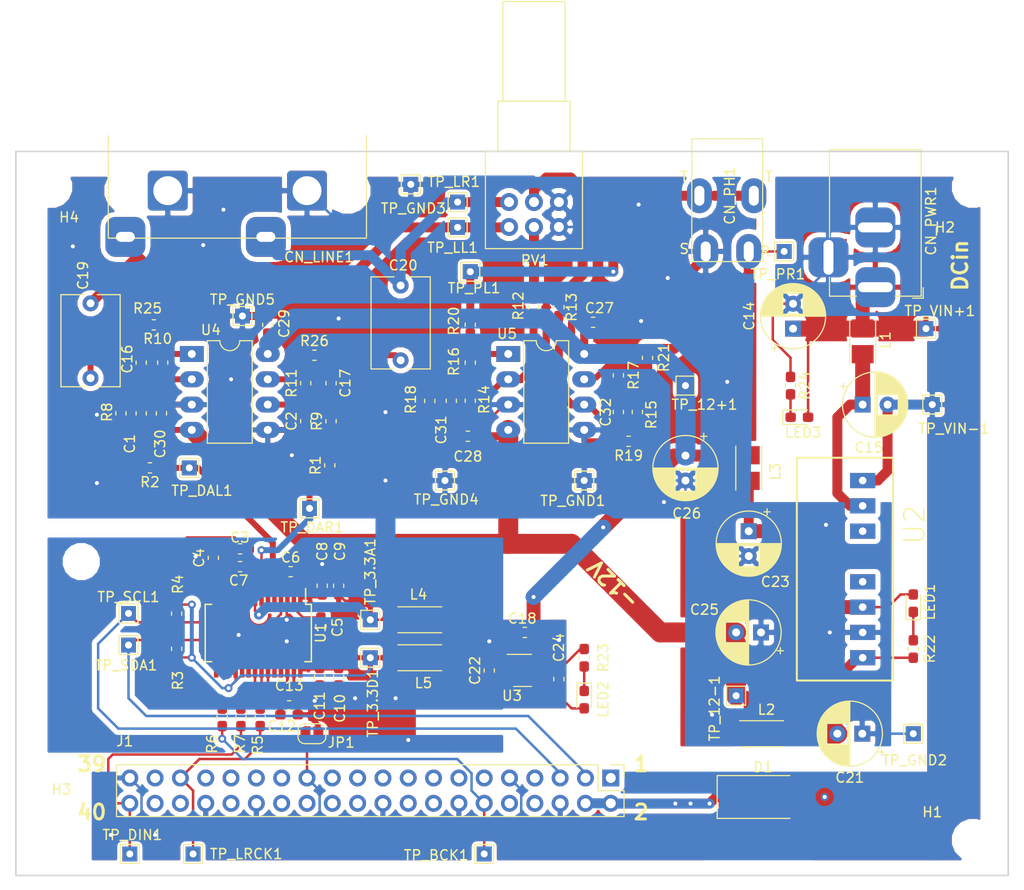
<source format=kicad_pcb>
(kicad_pcb (version 20171130) (host pcbnew "(5.0.1)-4")
  (layers (0 F.Cu signal) (31 B.Cu signal) (34 B.Paste user) (35 F.Paste user) (36 B.SilkS user) (37 F.SilkS user) (38 B.Mask user) (39 F.Mask user) (44 Edge.Cuts user))
  (net 0 "")
  (net 1 GNDA)
  (net 2 /DAoutL)
  (net 3 /DAoutR)
  (net 4 +3.3VA)
  (net 5 "Net-(C4-Pad1)")
  (net 6 "Net-(C5-Pad1)")
  (net 7 "Net-(C5-Pad2)")
  (net 8 "Net-(C6-Pad1)")
  (net 9 +3V3)
  (net 10 "Net-(C12-Pad1)")
  (net 11 GNDD)
  (net 12 +5V)
  (net 13 "Net-(C15-Pad1)")
  (net 14 "Net-(C16-Pad1)")
  (net 15 "Net-(C16-Pad2)")
  (net 16 "Net-(C17-Pad2)")
  (net 17 "Net-(C17-Pad1)")
  (net 18 +12VA)
  (net 19 /LoutL)
  (net 20 /LoutR)
  (net 21 "Net-(C21-Pad2)")
  (net 22 "Net-(C22-Pad1)")
  (net 23 "Net-(C23-Pad1)")
  (net 24 "Net-(C24-Pad1)")
  (net 25 -12VA)
  (net 26 /PoutL)
  (net 27 /PoutR)
  (net 28 "Net-(D1-Pad1)")
  (net 29 /SDA)
  (net 30 /SCL)
  (net 31 "Net-(J1-Pad12)")
  (net 32 "Net-(J1-Pad35)")
  (net 33 "Net-(J1-Pad40)")
  (net 34 "Net-(LED1-Pad1)")
  (net 35 "Net-(LED2-Pad1)")
  (net 36 "Net-(LED3-Pad1)")
  (net 37 /LRCK)
  (net 38 /BCK)
  (net 39 /DIN)
  (net 40 "Net-(R12-Pad1)")
  (net 41 "Net-(R13-Pad1)")
  (net 42 "Net-(R16-Pad1)")
  (net 43 "Net-(R17-Pad1)")
  (net 44 "Net-(U1-Pad13)")
  (net 45 "Net-(U1-Pad14)")
  (net 46 "Net-(U1-Pad15)")
  (net 47 "Net-(U1-Pad19)")
  (net 48 "Net-(U1-Pad25)")
  (net 49 "Net-(U2-Pad3)")
  (net 50 "Net-(U2-Pad5)")
  (net 51 "Net-(U3-Pad1)")
  (net 52 "Net-(C2-Pad2)")
  (net 53 "Net-(C1-Pad2)")
  (net 54 "Net-(C32-Pad2)")
  (net 55 "Net-(C31-Pad2)")
  (net 56 "Net-(C31-Pad1)")
  (net 57 "Net-(C32-Pad1)")
  (net 58 "Net-(C20-Pad2)")
  (net 59 "Net-(C19-Pad2)")
  (net 60 "Net-(J1-Pad1)")
  (net 61 "Net-(J1-Pad7)")
  (net 62 "Net-(J1-Pad8)")
  (net 63 "Net-(J1-Pad10)")
  (net 64 "Net-(J1-Pad11)")
  (net 65 "Net-(J1-Pad13)")
  (net 66 "Net-(J1-Pad15)")
  (net 67 "Net-(J1-Pad16)")
  (net 68 "Net-(J1-Pad17)")
  (net 69 "Net-(J1-Pad18)")
  (net 70 "Net-(J1-Pad19)")
  (net 71 "Net-(J1-Pad21)")
  (net 72 "Net-(J1-Pad22)")
  (net 73 "Net-(J1-Pad23)")
  (net 74 "Net-(J1-Pad24)")
  (net 75 "Net-(J1-Pad26)")
  (net 76 "Net-(J1-Pad27)")
  (net 77 "Net-(J1-Pad28)")
  (net 78 "Net-(J1-Pad29)")
  (net 79 "Net-(J1-Pad31)")
  (net 80 "Net-(J1-Pad32)")
  (net 81 "Net-(J1-Pad33)")
  (net 82 "Net-(J1-Pad36)")
  (net 83 "Net-(J1-Pad37)")
  (net 84 "Net-(J1-Pad38)")
  (module Library:RaspberryPi-ZW (layer F.Cu) (at 53.99 88.453)
    (fp_text reference J1 (at 7.859 21.529) (layer F.SilkS))
    (fp_text value Conn_02x20)
    (pad 1 thru_hole rect (at 56.627 25.212 270) (size 1.7 1.7) (drill 1) (layers *.Cu *.Mask) (net 60 "Net-(J1-Pad1)"))
    (pad 2 thru_hole oval (at 56.627 27.752 270) (size 1.7 1.7) (drill 1) (layers *.Cu *.Mask) (net 28 "Net-(D1-Pad1)"))
    (pad 3 thru_hole oval (at 54.087 25.212 270) (size 1.7 1.7) (drill 1) (layers *.Cu *.Mask) (net 29 /SDA))
    (pad 4 thru_hole oval (at 54.087 27.752 270) (size 1.7 1.7) (drill 1) (layers *.Cu *.Mask) (net 28 "Net-(D1-Pad1)"))
    (pad 5 thru_hole oval (at 51.547 25.212 270) (size 1.7 1.7) (drill 1) (layers *.Cu *.Mask) (net 30 /SCL))
    (pad 6 thru_hole oval (at 51.547 27.752 270) (size 1.7 1.7) (drill 1) (layers *.Cu *.Mask) (net 11 GNDD))
    (pad 7 thru_hole oval (at 49.007 25.212 270) (size 1.7 1.7) (drill 1) (layers *.Cu *.Mask) (net 61 "Net-(J1-Pad7)"))
    (pad 8 thru_hole oval (at 49.007 27.752 270) (size 1.7 1.7) (drill 1) (layers *.Cu *.Mask) (net 62 "Net-(J1-Pad8)"))
    (pad 9 thru_hole oval (at 46.467 25.212 270) (size 1.7 1.7) (drill 1) (layers *.Cu *.Mask) (net 11 GNDD))
    (pad 10 thru_hole oval (at 46.467 27.752 270) (size 1.7 1.7) (drill 1) (layers *.Cu *.Mask) (net 63 "Net-(J1-Pad10)"))
    (pad 11 thru_hole oval (at 43.927 25.212 270) (size 1.7 1.7) (drill 1) (layers *.Cu *.Mask) (net 64 "Net-(J1-Pad11)"))
    (pad 12 thru_hole oval (at 43.927 27.752 270) (size 1.7 1.7) (drill 1) (layers *.Cu *.Mask) (net 31 "Net-(J1-Pad12)"))
    (pad 13 thru_hole oval (at 41.387 25.212 270) (size 1.7 1.7) (drill 1) (layers *.Cu *.Mask) (net 65 "Net-(J1-Pad13)"))
    (pad 14 thru_hole oval (at 41.387 27.752 270) (size 1.7 1.7) (drill 1) (layers *.Cu *.Mask) (net 11 GNDD))
    (pad 15 thru_hole oval (at 38.847 25.212 270) (size 1.7 1.7) (drill 1) (layers *.Cu *.Mask) (net 66 "Net-(J1-Pad15)"))
    (pad 16 thru_hole oval (at 38.847 27.752 270) (size 1.7 1.7) (drill 1) (layers *.Cu *.Mask) (net 67 "Net-(J1-Pad16)"))
    (pad 17 thru_hole oval (at 36.307 25.212 270) (size 1.7 1.7) (drill 1) (layers *.Cu *.Mask) (net 68 "Net-(J1-Pad17)"))
    (pad 18 thru_hole oval (at 36.307 27.752 270) (size 1.7 1.7) (drill 1) (layers *.Cu *.Mask) (net 69 "Net-(J1-Pad18)"))
    (pad 19 thru_hole oval (at 33.767 25.212 270) (size 1.7 1.7) (drill 1) (layers *.Cu *.Mask) (net 70 "Net-(J1-Pad19)"))
    (pad 20 thru_hole oval (at 33.767 27.752 270) (size 1.7 1.7) (drill 1) (layers *.Cu *.Mask) (net 11 GNDD))
    (pad 21 thru_hole oval (at 31.227 25.212 270) (size 1.7 1.7) (drill 1) (layers *.Cu *.Mask) (net 71 "Net-(J1-Pad21)"))
    (pad 22 thru_hole oval (at 31.227 27.752 270) (size 1.7 1.7) (drill 1) (layers *.Cu *.Mask) (net 72 "Net-(J1-Pad22)"))
    (pad 23 thru_hole oval (at 28.687 25.212 270) (size 1.7 1.7) (drill 1) (layers *.Cu *.Mask) (net 73 "Net-(J1-Pad23)"))
    (pad 24 thru_hole oval (at 28.687 27.752 270) (size 1.7 1.7) (drill 1) (layers *.Cu *.Mask) (net 74 "Net-(J1-Pad24)"))
    (pad 25 thru_hole oval (at 26.147 25.212 270) (size 1.7 1.7) (drill 1) (layers *.Cu *.Mask) (net 11 GNDD))
    (pad 26 thru_hole oval (at 26.147 27.752 270) (size 1.7 1.7) (drill 1) (layers *.Cu *.Mask) (net 75 "Net-(J1-Pad26)"))
    (pad 27 thru_hole oval (at 23.607 25.212 270) (size 1.7 1.7) (drill 1) (layers *.Cu *.Mask) (net 76 "Net-(J1-Pad27)"))
    (pad 28 thru_hole oval (at 23.607 27.752 270) (size 1.7 1.7) (drill 1) (layers *.Cu *.Mask) (net 77 "Net-(J1-Pad28)"))
    (pad 29 thru_hole oval (at 21.067 25.212 270) (size 1.7 1.7) (drill 1) (layers *.Cu *.Mask) (net 78 "Net-(J1-Pad29)"))
    (pad 30 thru_hole oval (at 21.067 27.752 270) (size 1.7 1.7) (drill 1) (layers *.Cu *.Mask) (net 11 GNDD))
    (pad 31 thru_hole oval (at 18.527 25.212 270) (size 1.7 1.7) (drill 1) (layers *.Cu *.Mask) (net 79 "Net-(J1-Pad31)"))
    (pad 32 thru_hole oval (at 18.527 27.752 270) (size 1.7 1.7) (drill 1) (layers *.Cu *.Mask) (net 80 "Net-(J1-Pad32)"))
    (pad 33 thru_hole oval (at 15.987 25.212 270) (size 1.7 1.7) (drill 1) (layers *.Cu *.Mask) (net 81 "Net-(J1-Pad33)"))
    (pad 34 thru_hole oval (at 15.987 27.752 270) (size 1.7 1.7) (drill 1) (layers *.Cu *.Mask) (net 11 GNDD))
    (pad 35 thru_hole oval (at 13.447 25.212 270) (size 1.7 1.7) (drill 1) (layers *.Cu *.Mask) (net 32 "Net-(J1-Pad35)"))
    (pad 36 thru_hole oval (at 13.447 27.752 270) (size 1.7 1.7) (drill 1) (layers *.Cu *.Mask) (net 82 "Net-(J1-Pad36)"))
    (pad 37 thru_hole oval (at 10.907 25.212 270) (size 1.7 1.7) (drill 1) (layers *.Cu *.Mask) (net 83 "Net-(J1-Pad37)"))
    (pad 38 thru_hole oval (at 10.907 27.752 270) (size 1.7 1.7) (drill 1) (layers *.Cu *.Mask) (net 84 "Net-(J1-Pad38)"))
    (pad 39 thru_hole oval (at 8.367 25.212 270) (size 1.7 1.7) (drill 1) (layers *.Cu *.Mask) (net 11 GNDD))
    (pad 40 thru_hole oval (at 8.367 27.752 270) (size 1.7 1.7) (drill 1) (layers *.Cu *.Mask) (net 33 "Net-(J1-Pad40)"))
    (pad "" np_thru_hole circle (at 3.5 3.5) (size 2.7 2.7) (drill 2.7) (layers *.Cu *.Mask))
    (pad "" np_thru_hole circle (at 61.5 3.5) (size 2.7 2.7) (drill 2.7) (layers *.Cu *.Mask))
  )
  (module Library:StereoRCA_MJ518 (layer F.Cu) (at 73.152 48.9585 180)
    (fp_text reference CN_LINE1 (at -8.1915 -12.446 180) (layer F.SilkS))
    (fp_text value Conn_Coaxial_x2)
    (pad 1 thru_hole roundrect (at 11.2395 -10.414 180) (size 4 4) (drill oval 1.9 1) (layers *.Cu *.Mask) (net 19 /LoutL))
    (pad 2 thru_hole roundrect (at -2.8575 -10.414 180) (size 4 4) (drill oval 1.9 1) (layers *.Cu *.Mask) (net 20 /LoutR))
    (pad 3 thru_hole roundrect (at -6.985 -5.7785 180) (size 4 4) (drill 2.9) (layers *.Cu *.Mask) (roundrect_rratio 0.1) (net 1 GNDA))
    (pad "" np_thru_hole circle (at 11.049 -5.7785 180) (size 3.6 3.6) (drill 3.6) (layers *.Cu *.Mask))
    (pad "" np_thru_hole circle (at -11.049 -5.7785 180) (size 3.6 3.6) (drill 3.6) (layers *.Cu *.Mask))
    (pad 3 thru_hole roundrect (at 6.985 -5.7785 180) (size 4 4) (drill 2.9) (layers *.Cu *.Mask) (roundrect_rratio 0.1) (net 1 GNDA))
  )
  (module Resistor_SMD:R_0603_1608Metric_Pad1.05x0.95mm_HandSolder (layer F.Cu) (at 75.438 107.583 270)
    (fp_text reference R5 (at 2.78 0.254 270) (layer F.SilkS))
    (fp_text value 33)
    (pad 2 smd roundrect (at 0.875 0 270) (size 1.05 0.95) (layers F.Cu F.Paste F.Mask) (net 32 "Net-(J1-Pad35)"))
    (pad 1 smd roundrect (at -0.875 0 270) (size 1.05 0.95) (layers F.Cu F.Paste F.Mask) (net 37 /LRCK))
  )
  (module Capacitor_SMD:C_0603_1608Metric_Pad1.05x0.95mm_HandSolder (layer F.Cu) (at 78.5 92.964)
    (fp_text reference C6 (at 0 -1.43) (layer F.SilkS))
    (fp_text value 2.2u)
    (pad 2 smd roundrect (at 0.875 0) (size 1.05 0.95) (layers F.Cu F.Paste F.Mask) (net 1 GNDA))
    (pad 1 smd roundrect (at -0.875 0) (size 1.05 0.95) (layers F.Cu F.Paste F.Mask) (net 8 "Net-(C6-Pad1)"))
  )
  (module MountingHole:MountingHole_3.2mm_M3 (layer F.Cu) (at 146.939 119.888)
    (fp_text reference H1 (at -4.064 -2.794) (layer F.SilkS))
    (fp_text value MountingHole)
    (pad 1 np_thru_hole circle (at 0 0) (size 3.2 3.2) (drill 3.2) (layers *.Cu *.Mask))
  )
  (module MountingHole:MountingHole_3.2mm_M3 (layer F.Cu) (at 146.939 54.356)
    (fp_text reference H2 (at -2.794 4.064) (layer F.SilkS))
    (fp_text value MountingHole)
    (pad 1 np_thru_hole circle (at 0 0) (size 3.2 3.2) (drill 3.2) (layers *.Cu *.Mask))
  )
  (module MountingHole:MountingHole_3.2mm_M3 (layer F.Cu) (at 54.483 119.888)
    (fp_text reference H3 (at 1.016 -5.08) (layer F.SilkS))
    (fp_text value MountingHole)
    (pad 1 np_thru_hole circle (at 0 0) (size 3.2 3.2) (drill 3.2) (layers *.Cu *.Mask))
  )
  (module MountingHole:MountingHole_3.2mm_M3 (layer F.Cu) (at 54.483 54.356)
    (fp_text reference H4 (at 1.778 3.048) (layer F.SilkS))
    (fp_text value MountingHole)
    (pad 1 np_thru_hole circle (at 0 0) (size 3.2 3.2) (drill 3.2) (layers *.Cu *.Mask))
  )
  (module Package_SO:SSOP-28_5.3x10.2mm_P0.65mm (layer F.Cu) (at 75.2475 99.12 270)
    (fp_text reference U1 (at 0 -6.25 270) (layer F.SilkS))
    (fp_text value "PCM5122(I2Cmode)")
    (pad 1 smd rect (at -3.6 -4.225 270) (size 1.75 0.45) (layers F.Cu F.Paste F.Mask) (net 4 +3.3VA))
    (pad 2 smd rect (at -3.6 -3.575 270) (size 1.75 0.45) (layers F.Cu F.Paste F.Mask) (net 7 "Net-(C5-Pad2)"))
    (pad 3 smd rect (at -3.6 -2.925 270) (size 1.75 0.45) (layers F.Cu F.Paste F.Mask) (net 1 GNDA))
    (pad 4 smd rect (at -3.6 -2.275 270) (size 1.75 0.45) (layers F.Cu F.Paste F.Mask) (net 6 "Net-(C5-Pad1)"))
    (pad 5 smd rect (at -3.6 -1.625 270) (size 1.75 0.45) (layers F.Cu F.Paste F.Mask) (net 8 "Net-(C6-Pad1)"))
    (pad 6 smd rect (at -3.6 -0.975 270) (size 1.75 0.45) (layers F.Cu F.Paste F.Mask) (net 2 /DAoutL))
    (pad 7 smd rect (at -3.6 -0.325 270) (size 1.75 0.45) (layers F.Cu F.Paste F.Mask) (net 3 /DAoutR))
    (pad 8 smd rect (at -3.6 0.325 270) (size 1.75 0.45) (layers F.Cu F.Paste F.Mask) (net 4 +3.3VA))
    (pad 9 smd rect (at -3.6 0.975 270) (size 1.75 0.45) (layers F.Cu F.Paste F.Mask) (net 1 GNDA))
    (pad 10 smd rect (at -3.6 1.625 270) (size 1.75 0.45) (layers F.Cu F.Paste F.Mask) (net 5 "Net-(C4-Pad1)"))
    (pad 11 smd rect (at -3.6 2.275 270) (size 1.75 0.45) (layers F.Cu F.Paste F.Mask) (net 29 /SDA))
    (pad 12 smd rect (at -3.6 2.925 270) (size 1.75 0.45) (layers F.Cu F.Paste F.Mask) (net 30 /SCL))
    (pad 13 smd rect (at -3.6 3.575 270) (size 1.75 0.45) (layers F.Cu F.Paste F.Mask) (net 44 "Net-(U1-Pad13)"))
    (pad 14 smd rect (at -3.6 4.225 270) (size 1.75 0.45) (layers F.Cu F.Paste F.Mask) (net 45 "Net-(U1-Pad14)"))
    (pad 15 smd rect (at 3.6 4.225 270) (size 1.75 0.45) (layers F.Cu F.Paste F.Mask) (net 46 "Net-(U1-Pad15)"))
    (pad 16 smd rect (at 3.6 3.575 270) (size 1.75 0.45) (layers F.Cu F.Paste F.Mask) (net 1 GNDA))
    (pad 17 smd rect (at 3.6 2.925 270) (size 1.75 0.45) (layers F.Cu F.Paste F.Mask) (net 1 GNDA))
    (pad 18 smd rect (at 3.6 2.275 270) (size 1.75 0.45) (layers F.Cu F.Paste F.Mask) (net 9 +3V3))
    (pad 19 smd rect (at 3.6 1.625 270) (size 1.75 0.45) (layers F.Cu F.Paste F.Mask) (net 47 "Net-(U1-Pad19)"))
    (pad 20 smd rect (at 3.6 0.975 270) (size 1.75 0.45) (layers F.Cu F.Paste F.Mask) (net 1 GNDA))
    (pad 21 smd rect (at 3.6 0.325 270) (size 1.75 0.45) (layers F.Cu F.Paste F.Mask) (net 38 /BCK))
    (pad 22 smd rect (at 3.6 -0.325 270) (size 1.75 0.45) (layers F.Cu F.Paste F.Mask) (net 39 /DIN))
    (pad 23 smd rect (at 3.6 -0.975 270) (size 1.75 0.45) (layers F.Cu F.Paste F.Mask) (net 37 /LRCK))
    (pad 24 smd rect (at 3.6 -1.625 270) (size 1.75 0.45) (layers F.Cu F.Paste F.Mask) (net 1 GNDA))
    (pad 25 smd rect (at 3.6 -2.275 270) (size 1.75 0.45) (layers F.Cu F.Paste F.Mask) (net 48 "Net-(U1-Pad25)"))
    (pad 26 smd rect (at 3.6 -2.925 270) (size 1.75 0.45) (layers F.Cu F.Paste F.Mask) (net 10 "Net-(C12-Pad1)"))
    (pad 27 smd rect (at 3.6 -3.575 270) (size 1.75 0.45) (layers F.Cu F.Paste F.Mask) (net 1 GNDA))
    (pad 28 smd rect (at 3.6 -4.225 270) (size 1.75 0.45) (layers F.Cu F.Paste F.Mask) (net 9 +3V3))
  )
  (module Resistor_SMD:R_0603_1608Metric_Pad1.05x0.95mm_HandSolder (layer F.Cu) (at 64.77 68.199 180)
    (fp_text reference R25 (at 0.635 1.651 180) (layer F.SilkS))
    (fp_text value 100)
    (pad 2 smd roundrect (at 0.875 0 180) (size 1.05 0.95) (layers F.Cu F.Paste F.Mask) (net 59 "Net-(C19-Pad2)"))
    (pad 1 smd roundrect (at -0.875 0 180) (size 1.05 0.95) (layers F.Cu F.Paste F.Mask) (net 14 "Net-(C16-Pad1)"))
  )
  (module Resistor_SMD:R_0603_1608Metric_Pad1.05x0.95mm_HandSolder (layer F.Cu) (at 80.885 71.247)
    (fp_text reference R26 (at 0 -1.43) (layer F.SilkS))
    (fp_text value 100)
    (pad 1 smd roundrect (at -0.875 0) (size 1.05 0.95) (layers F.Cu F.Paste F.Mask) (net 17 "Net-(C17-Pad1)"))
    (pad 2 smd roundrect (at 0.875 0) (size 1.05 0.95) (layers F.Cu F.Paste F.Mask) (net 58 "Net-(C20-Pad2)"))
  )
  (module Capacitor_SMD:C_0603_1608Metric_Pad1.05x0.95mm_HandSolder (layer F.Cu) (at 94.615 75.819 270)
    (fp_text reference C31 (at 2.921 1.016 270) (layer F.SilkS))
    (fp_text value 5P)
    (pad 2 smd roundrect (at 0.875 0 270) (size 1.05 0.95) (layers F.Cu F.Paste F.Mask) (net 55 "Net-(C31-Pad2)"))
    (pad 1 smd roundrect (at -0.875 0 270) (size 1.05 0.95) (layers F.Cu F.Paste F.Mask) (net 56 "Net-(C31-Pad1)"))
  )
  (module Capacitor_SMD:C_0603_1608Metric_Pad1.05x0.95mm_HandSolder (layer F.Cu) (at 111.379 76.948 270)
    (fp_text reference C32 (at 0.014 1.27 270) (layer F.SilkS))
    (fp_text value 5p)
    (pad 1 smd roundrect (at -0.875 0 270) (size 1.05 0.95) (layers F.Cu F.Paste F.Mask) (net 57 "Net-(C32-Pad1)"))
    (pad 2 smd roundrect (at 0.875 0 270) (size 1.05 0.95) (layers F.Cu F.Paste F.Mask) (net 54 "Net-(C32-Pad2)"))
  )
  (module Capacitor_SMD:C_0603_1608Metric_Pad1.05x0.95mm_HandSolder (layer F.Cu) (at 82.55 74.055 270)
    (fp_text reference C17 (at 0 -1.43 270) (layer F.SilkS))
    (fp_text value 220p)
    (pad 2 smd roundrect (at 0.875 0 270) (size 1.05 0.95) (layers F.Cu F.Paste F.Mask) (net 16 "Net-(C17-Pad2)"))
    (pad 1 smd roundrect (at -0.875 0 270) (size 1.05 0.95) (layers F.Cu F.Paste F.Mask) (net 17 "Net-(C17-Pad1)"))
  )
  (module Capacitor_SMD:C_0603_1608Metric_Pad1.05x0.95mm_HandSolder (layer F.Cu) (at 63.5 71.995 270)
    (fp_text reference C16 (at -0.367 1.397 270) (layer F.SilkS))
    (fp_text value 220p)
    (pad 1 smd roundrect (at -0.875 0 270) (size 1.05 0.95) (layers F.Cu F.Paste F.Mask) (net 14 "Net-(C16-Pad1)"))
    (pad 2 smd roundrect (at 0.875 0 270) (size 1.05 0.95) (layers F.Cu F.Paste F.Mask) (net 15 "Net-(C16-Pad2)"))
  )
  (module Capacitor_SMD:C_0603_1608Metric_Pad1.05x0.95mm_HandSolder (layer F.Cu) (at 80.01 77.865 90)
    (fp_text reference C2 (at 0 -1.43 90) (layer F.SilkS))
    (fp_text value 2200p)
    (pad 2 smd roundrect (at 0.875 0 90) (size 1.05 0.95) (layers F.Cu F.Paste F.Mask) (net 52 "Net-(C2-Pad2)"))
    (pad 1 smd roundrect (at -0.875 0 90) (size 1.05 0.95) (layers F.Cu F.Paste F.Mask) (net 1 GNDA))
  )
  (module Capacitor_SMD:C_0603_1608Metric_Pad1.05x0.95mm_HandSolder (layer F.Cu) (at 81.534 98.439 90)
    (fp_text reference C5 (at -0.113 1.651 90) (layer F.SilkS))
    (fp_text value 2.2u)
    (pad 1 smd roundrect (at -0.875 0 90) (size 1.05 0.95) (layers F.Cu F.Paste F.Mask) (net 6 "Net-(C5-Pad1)"))
    (pad 2 smd roundrect (at 0.875 0 90) (size 1.05 0.95) (layers F.Cu F.Paste F.Mask) (net 7 "Net-(C5-Pad2)"))
  )
  (module Capacitor_SMD:C_0603_1608Metric_Pad1.05x0.95mm_HandSolder (layer F.Cu) (at 63.5 77.075 270)
    (fp_text reference C1 (at 3.062 1.143 270) (layer F.SilkS))
    (fp_text value 2200p)
    (pad 1 smd roundrect (at -0.875 0 270) (size 1.05 0.95) (layers F.Cu F.Paste F.Mask) (net 1 GNDA))
    (pad 2 smd roundrect (at 0.875 0 270) (size 1.05 0.95) (layers F.Cu F.Paste F.Mask) (net 53 "Net-(C1-Pad2)"))
  )
  (module Library:MJ8435_Jack_3.5mm (layer F.Cu) (at 121.92 50.165)
    (fp_text reference CN_PH1 (at 0.635 5.08 90) (layer F.SilkS))
    (fp_text value AudioJack3_Ground)
    (fp_text user T (at 4.572 3.175) (layer F.SilkS))
    (fp_text user T (at -3.937 3.175) (layer F.SilkS))
    (fp_text user R (at 4.191 10.668) (layer F.SilkS))
    (fp_text user S (at -3.937 10.414) (layer F.SilkS))
    (pad T thru_hole oval (at -2.413 5.08 90) (size 3.5 2.5) (drill oval 2 1) (layers *.Cu *.Mask) (net 26 /PoutL))
    (pad T thru_hole oval (at 3.048 5.08 90) (size 3.5 2.5) (drill oval 2 1) (layers *.Cu *.Mask) (net 26 /PoutL))
    (pad S thru_hole oval (at -1.778 10.668 90) (size 3.5 2.5) (drill oval 2 1) (layers *.Cu *.Mask) (net 1 GNDA))
    (pad R thru_hole oval (at 2.54 10.668 90) (size 3.5 2.5) (drill oval 2 1) (layers *.Cu *.Mask) (net 27 /PoutR))
  )
  (module Capacitor_SMD:C_0603_1608Metric_Pad1.05x0.95mm_HandSolder (layer F.Cu) (at 96.28 79.375)
    (fp_text reference C28 (at 0 2.032) (layer F.SilkS))
    (fp_text value 0.1u)
    (pad 2 smd roundrect (at 0.875 0) (size 1.05 0.95) (layers F.Cu F.Paste F.Mask) (net 25 -12VA))
    (pad 1 smd roundrect (at -0.875 0) (size 1.05 0.95) (layers F.Cu F.Paste F.Mask) (net 1 GNDA))
  )
  (module Capacitor_SMD:C_0603_1608Metric_Pad1.05x0.95mm_HandSolder (layer F.Cu) (at 108.839 67.945)
    (fp_text reference C27 (at 0.635 -1.43) (layer F.SilkS))
    (fp_text value 0.1u)
    (pad 1 smd roundrect (at -0.875 0) (size 1.05 0.95) (layers F.Cu F.Paste F.Mask) (net 18 +12VA))
    (pad 2 smd roundrect (at 0.875 0) (size 1.05 0.95) (layers F.Cu F.Paste F.Mask) (net 1 GNDA))
  )
  (module Capacitor_THT:C_Rect_L9.0mm_W5.7mm_P7.50mm_MKT (layer F.Cu) (at 89.535 64.255 270)
    (fp_text reference C20 (at -2.025 -0.254 180) (layer F.SilkS))
    (fp_text value 2.2u)
    (pad 2 thru_hole circle (at 7.5 0 270) (size 1.6 1.6) (drill 0.8) (layers *.Cu *.Mask) (net 58 "Net-(C20-Pad2)"))
    (pad 1 thru_hole circle (at 0 0 270) (size 1.6 1.6) (drill 0.8) (layers *.Cu *.Mask) (net 20 /LoutR))
  )
  (module Capacitor_THT:C_Rect_L9.0mm_W5.7mm_P7.50mm_MKT (layer F.Cu) (at 58.42 66.04 270)
    (fp_text reference C19 (at -2.794 0.762 270) (layer F.SilkS))
    (fp_text value 2.2u)
    (pad 1 thru_hole circle (at 0 0 270) (size 1.6 1.6) (drill 0.8) (layers *.Cu *.Mask) (net 19 /LoutL))
    (pad 2 thru_hole circle (at 7.5 0 270) (size 1.6 1.6) (drill 0.8) (layers *.Cu *.Mask) (net 59 "Net-(C19-Pad2)"))
  )
  (module Resistor_SMD:R_0603_1608Metric_Pad1.05x0.95mm_HandSolder (layer F.Cu) (at 64.375 82.55 180)
    (fp_text reference R2 (at 0 -1.43 180) (layer F.SilkS))
    (fp_text value 470)
    (pad 2 smd roundrect (at 0.875 0 180) (size 1.05 0.95) (layers F.Cu F.Paste F.Mask) (net 53 "Net-(C1-Pad2)"))
    (pad 1 smd roundrect (at -0.875 0 180) (size 1.05 0.95) (layers F.Cu F.Paste F.Mask) (net 2 /DAoutL))
  )
  (module Resistor_SMD:R_0603_1608Metric_Pad1.05x0.95mm_HandSolder (layer F.Cu) (at 82.423 82.296 90)
    (fp_text reference R1 (at 0 -1.43 90) (layer F.SilkS))
    (fp_text value 470)
    (pad 1 smd roundrect (at -0.875 0 90) (size 1.05 0.95) (layers F.Cu F.Paste F.Mask) (net 3 /DAoutR))
    (pad 2 smd roundrect (at 0.875 0 90) (size 1.05 0.95) (layers F.Cu F.Paste F.Mask) (net 52 "Net-(C2-Pad2)"))
  )
  (module Resistor_SMD:R_0603_1608Metric_Pad1.05x0.95mm_HandSolder (layer F.Cu) (at 61.468 77.075 90)
    (fp_text reference R8 (at 0.113 -1.397 90) (layer F.SilkS))
    (fp_text value 10k)
    (pad 2 smd roundrect (at 0.875 0 90) (size 1.05 0.95) (layers F.Cu F.Paste F.Mask) (net 15 "Net-(C16-Pad2)"))
    (pad 1 smd roundrect (at -0.875 0 90) (size 1.05 0.95) (layers F.Cu F.Paste F.Mask) (net 53 "Net-(C1-Pad2)"))
  )
  (module Resistor_SMD:R_0603_1608Metric_Pad1.05x0.95mm_HandSolder (layer F.Cu) (at 82.55 77.865 90)
    (fp_text reference R9 (at 0 -1.43 90) (layer F.SilkS))
    (fp_text value 10k)
    (pad 1 smd roundrect (at -0.875 0 90) (size 1.05 0.95) (layers F.Cu F.Paste F.Mask) (net 52 "Net-(C2-Pad2)"))
    (pad 2 smd roundrect (at 0.875 0 90) (size 1.05 0.95) (layers F.Cu F.Paste F.Mask) (net 16 "Net-(C17-Pad2)"))
  )
  (module Resistor_SMD:R_0603_1608Metric_Pad1.05x0.95mm_HandSolder (layer F.Cu) (at 65.659 71.995 90)
    (fp_text reference R10 (at 2.399 -0.508) (layer F.SilkS))
    (fp_text value 10k)
    (pad 2 smd roundrect (at 0.875 0 90) (size 1.05 0.95) (layers F.Cu F.Paste F.Mask) (net 14 "Net-(C16-Pad1)"))
    (pad 1 smd roundrect (at -0.875 0 90) (size 1.05 0.95) (layers F.Cu F.Paste F.Mask) (net 15 "Net-(C16-Pad2)"))
  )
  (module Resistor_SMD:R_0603_1608Metric_Pad1.05x0.95mm_HandSolder (layer F.Cu) (at 80.01 74.055 90)
    (fp_text reference R11 (at 0 -1.43 90) (layer F.SilkS))
    (fp_text value 10k)
    (pad 1 smd roundrect (at -0.875 0 90) (size 1.05 0.95) (layers F.Cu F.Paste F.Mask) (net 16 "Net-(C17-Pad2)"))
    (pad 2 smd roundrect (at 0.875 0 90) (size 1.05 0.95) (layers F.Cu F.Paste F.Mask) (net 17 "Net-(C17-Pad1)"))
  )
  (module Resistor_SMD:R_0603_1608Metric_Pad1.05x0.95mm_HandSolder (layer F.Cu) (at 102.87 66.435 270)
    (fp_text reference R12 (at -0.141 1.524 270) (layer F.SilkS))
    (fp_text value 47k)
    (pad 2 smd roundrect (at 0.875 0 270) (size 1.05 0.95) (layers F.Cu F.Paste F.Mask) (net 55 "Net-(C31-Pad2)"))
    (pad 1 smd roundrect (at -0.875 0 270) (size 1.05 0.95) (layers F.Cu F.Paste F.Mask) (net 40 "Net-(R12-Pad1)"))
  )
  (module Resistor_SMD:R_0603_1608Metric_Pad1.05x0.95mm_HandSolder (layer F.Cu) (at 105.41 66.435 270)
    (fp_text reference R13 (at 0 -1.27 270) (layer F.SilkS))
    (fp_text value 47k)
    (pad 1 smd roundrect (at -0.875 0 270) (size 1.05 0.95) (layers F.Cu F.Paste F.Mask) (net 41 "Net-(R13-Pad1)"))
    (pad 2 smd roundrect (at 0.875 0 270) (size 1.05 0.95) (layers F.Cu F.Paste F.Mask) (net 54 "Net-(C32-Pad2)"))
  )
  (module Resistor_SMD:R_0603_1608Metric_Pad1.05x0.95mm_HandSolder (layer F.Cu) (at 96.52 75.805 90)
    (fp_text reference R14 (at 0.113 1.397 90) (layer F.SilkS))
    (fp_text value 47k)
    (pad 2 smd roundrect (at 0.875 0 90) (size 1.05 0.95) (layers F.Cu F.Paste F.Mask) (net 56 "Net-(C31-Pad1)"))
    (pad 1 smd roundrect (at -0.875 0 90) (size 1.05 0.95) (layers F.Cu F.Paste F.Mask) (net 55 "Net-(C31-Pad2)"))
  )
  (module Resistor_SMD:R_0603_1608Metric_Pad1.05x0.95mm_HandSolder (layer F.Cu) (at 113.284 76.948 90)
    (fp_text reference R15 (at -0.268 1.397 90) (layer F.SilkS))
    (fp_text value 47k)
    (pad 1 smd roundrect (at -0.875 0 90) (size 1.05 0.95) (layers F.Cu F.Paste F.Mask) (net 54 "Net-(C32-Pad2)"))
    (pad 2 smd roundrect (at 0.875 0 90) (size 1.05 0.95) (layers F.Cu F.Paste F.Mask) (net 57 "Net-(C32-Pad1)"))
  )
  (module Resistor_SMD:R_0603_1608Metric_Pad1.05x0.95mm_HandSolder (layer F.Cu) (at 96.52 71.995 270)
    (fp_text reference R16 (at -0.113 1.651 270) (layer F.SilkS))
    (fp_text value 1k)
    (pad 2 smd roundrect (at 0.875 0 270) (size 1.05 0.95) (layers F.Cu F.Paste F.Mask) (net 56 "Net-(C31-Pad1)"))
    (pad 1 smd roundrect (at -0.875 0 270) (size 1.05 0.95) (layers F.Cu F.Paste F.Mask) (net 42 "Net-(R16-Pad1)"))
  )
  (module Resistor_SMD:R_0603_1608Metric_Pad1.05x0.95mm_HandSolder (layer F.Cu) (at 111.379 73.265 270)
    (fp_text reference R17 (at 0 -1.524 270) (layer F.SilkS))
    (fp_text value 1k)
    (pad 1 smd roundrect (at -0.875 0 270) (size 1.05 0.95) (layers F.Cu F.Paste F.Mask) (net 43 "Net-(R17-Pad1)"))
    (pad 2 smd roundrect (at 0.875 0 270) (size 1.05 0.95) (layers F.Cu F.Paste F.Mask) (net 57 "Net-(C32-Pad1)"))
  )
  (module Resistor_SMD:R_0603_1608Metric_Pad1.05x0.95mm_HandSolder (layer F.Cu) (at 92.456 75.833 270)
    (fp_text reference R18 (at -0.141 1.905 270) (layer F.SilkS))
    (fp_text value 680)
    (pad 2 smd roundrect (at 0.875 0 270) (size 1.05 0.95) (layers F.Cu F.Paste F.Mask) (net 1 GNDA))
    (pad 1 smd roundrect (at -0.875 0 270) (size 1.05 0.95) (layers F.Cu F.Paste F.Mask) (net 56 "Net-(C31-Pad1)"))
  )
  (module Resistor_SMD:R_0603_1608Metric_Pad1.05x0.95mm_HandSolder (layer F.Cu) (at 112.409 79.883 180)
    (fp_text reference R19 (at 0 -1.43 180) (layer F.SilkS))
    (fp_text value 680)
    (pad 1 smd roundrect (at -0.875 0 180) (size 1.05 0.95) (layers F.Cu F.Paste F.Mask) (net 57 "Net-(C32-Pad1)"))
    (pad 2 smd roundrect (at 0.875 0 180) (size 1.05 0.95) (layers F.Cu F.Paste F.Mask) (net 1 GNDA))
  )
  (module Resistor_SMD:R_0603_1608Metric_Pad1.05x0.95mm_HandSolder (layer F.Cu) (at 96.52 68.185 90)
    (fp_text reference R20 (at 0.367 -1.651 90) (layer F.SilkS))
    (fp_text value 4.7)
    (pad 2 smd roundrect (at 0.875 0 90) (size 1.05 0.95) (layers F.Cu F.Paste F.Mask) (net 26 /PoutL))
    (pad 1 smd roundrect (at -0.875 0 90) (size 1.05 0.95) (layers F.Cu F.Paste F.Mask) (net 42 "Net-(R16-Pad1)"))
  )
  (module Resistor_SMD:R_0603_1608Metric_Pad1.05x0.95mm_HandSolder (layer F.Cu) (at 114.3 71.515 90)
    (fp_text reference R21 (at 0.014 1.651 90) (layer F.SilkS))
    (fp_text value 4.7)
    (pad 1 smd roundrect (at -0.875 0 90) (size 1.05 0.95) (layers F.Cu F.Paste F.Mask) (net 43 "Net-(R17-Pad1)"))
    (pad 2 smd roundrect (at 0.875 0 90) (size 1.05 0.95) (layers F.Cu F.Paste F.Mask) (net 27 /PoutR))
  )
  (module Capacitor_SMD:C_0603_1608Metric_Pad1.05x0.95mm_HandSolder (layer F.Cu) (at 73.42 90.678)
    (fp_text reference C3 (at -0.014 -1.143) (layer F.SilkS))
    (fp_text value 10u)
    (pad 1 smd roundrect (at -0.875 0) (size 1.05 0.95) (layers F.Cu F.Paste F.Mask) (net 1 GNDA))
    (pad 2 smd roundrect (at 0.875 0) (size 1.05 0.95) (layers F.Cu F.Paste F.Mask) (net 4 +3.3VA))
  )
  (module Capacitor_SMD:C_0603_1608Metric_Pad1.05x0.95mm_HandSolder (layer F.Cu) (at 70.739 91.581 90)
    (fp_text reference C4 (at 0 -1.43 90) (layer F.SilkS))
    (fp_text value 10u)
    (pad 1 smd roundrect (at -0.875 0 90) (size 1.05 0.95) (layers F.Cu F.Paste F.Mask) (net 5 "Net-(C4-Pad1)"))
    (pad 2 smd roundrect (at 0.875 0 90) (size 1.05 0.95) (layers F.Cu F.Paste F.Mask) (net 1 GNDA))
  )
  (module Capacitor_SMD:C_0603_1608Metric_Pad1.05x0.95mm_HandSolder (layer F.Cu) (at 73.42 92.456)
    (fp_text reference C7 (at -0.141 1.397) (layer F.SilkS))
    (fp_text value 0.1u)
    (pad 2 smd roundrect (at 0.875 0) (size 1.05 0.95) (layers F.Cu F.Paste F.Mask) (net 4 +3.3VA))
    (pad 1 smd roundrect (at -0.875 0) (size 1.05 0.95) (layers F.Cu F.Paste F.Mask) (net 1 GNDA))
  )
  (module Capacitor_SMD:C_0603_1608Metric_Pad1.05x0.95mm_HandSolder (layer F.Cu) (at 81.661 94.375 270)
    (fp_text reference C8 (at -3.443 0 270) (layer F.SilkS))
    (fp_text value 10u)
    (pad 1 smd roundrect (at -0.875 0 270) (size 1.05 0.95) (layers F.Cu F.Paste F.Mask) (net 1 GNDA))
    (pad 2 smd roundrect (at 0.875 0 270) (size 1.05 0.95) (layers F.Cu F.Paste F.Mask) (net 4 +3.3VA))
  )
  (module Capacitor_SMD:C_0603_1608Metric_Pad1.05x0.95mm_HandSolder (layer F.Cu) (at 83.312 94.375 270)
    (fp_text reference C9 (at -3.443 -0.127 270) (layer F.SilkS))
    (fp_text value 0.1u)
    (pad 2 smd roundrect (at 0.875 0 270) (size 1.05 0.95) (layers F.Cu F.Paste F.Mask) (net 4 +3.3VA))
    (pad 1 smd roundrect (at -0.875 0 270) (size 1.05 0.95) (layers F.Cu F.Paste F.Mask) (net 1 GNDA))
  )
  (module Capacitor_SMD:C_0603_1608Metric_Pad1.05x0.95mm_HandSolder (layer F.Cu) (at 83.312 103.505 90)
    (fp_text reference C10 (at -3.175 0.127 90) (layer F.SilkS))
    (fp_text value 10u)
    (pad 2 smd roundrect (at 0.875 0 90) (size 1.05 0.95) (layers F.Cu F.Paste F.Mask) (net 9 +3V3))
    (pad 1 smd roundrect (at -0.875 0 90) (size 1.05 0.95) (layers F.Cu F.Paste F.Mask) (net 1 GNDA))
  )
  (module Capacitor_SMD:C_0603_1608Metric_Pad1.05x0.95mm_HandSolder (layer F.Cu) (at 81.407 103.505 90)
    (fp_text reference C11 (at -2.921 0 90) (layer F.SilkS))
    (fp_text value 0.1u)
    (pad 1 smd roundrect (at -0.875 0 90) (size 1.05 0.95) (layers F.Cu F.Paste F.Mask) (net 1 GNDA))
    (pad 2 smd roundrect (at 0.875 0 90) (size 1.05 0.95) (layers F.Cu F.Paste F.Mask) (net 9 +3V3))
  )
  (module Capacitor_SMD:C_0603_1608Metric_Pad1.05x0.95mm_HandSolder (layer F.Cu) (at 78.345 107.315)
    (fp_text reference C12 (at -0.748 1.143) (layer F.SilkS))
    (fp_text value 10u)
    (pad 2 smd roundrect (at 0.875 0) (size 1.05 0.95) (layers F.Cu F.Paste F.Mask) (net 1 GNDA))
    (pad 1 smd roundrect (at -0.875 0) (size 1.05 0.95) (layers F.Cu F.Paste F.Mask) (net 10 "Net-(C12-Pad1)"))
  )
  (module Capacitor_SMD:C_0603_1608Metric_Pad1.05x0.95mm_HandSolder (layer F.Cu) (at 78.345 105.41)
    (fp_text reference C13 (at 0.014 -1.016) (layer F.SilkS))
    (fp_text value 0.1u)
    (pad 1 smd roundrect (at -0.875 0) (size 1.05 0.95) (layers F.Cu F.Paste F.Mask) (net 10 "Net-(C12-Pad1)"))
    (pad 2 smd roundrect (at 0.875 0) (size 1.05 0.95) (layers F.Cu F.Paste F.Mask) (net 1 GNDA))
  )
  (module Capacitor_THT:CP_Radial_D6.3mm_P2.50mm (layer F.Cu) (at 128.905 68.58 90)
    (fp_text reference C14 (at 1.25 -4.4 90) (layer F.SilkS))
    (fp_text value 100u/16V)
    (pad 2 thru_hole circle (at 2.5 0 90) (size 1.6 1.6) (drill 0.8) (layers *.Cu *.Mask) (net 11 GNDD))
    (pad 1 thru_hole rect (at 0 0 90) (size 1.6 1.6) (drill 0.8) (layers *.Cu *.Mask) (net 12 +5V))
  )
  (module Capacitor_THT:CP_Radial_D6.3mm_P2.50mm (layer F.Cu) (at 135.89 76.2)
    (fp_text reference C15 (at 0.635 4.318) (layer F.SilkS))
    (fp_text value 100u/16V)
    (pad 1 thru_hole rect (at 0 0) (size 1.6 1.6) (drill 0.8) (layers *.Cu *.Mask) (net 13 "Net-(C15-Pad1)"))
    (pad 2 thru_hole circle (at 2.5 0) (size 1.6 1.6) (drill 0.8) (layers *.Cu *.Mask) (net 11 GNDD))
  )
  (module Capacitor_SMD:C_0603_1608Metric_Pad1.05x0.95mm_HandSolder (layer F.Cu) (at 101.995 99.06 180)
    (fp_text reference C18 (at 0.268 1.397 180) (layer F.SilkS))
    (fp_text value 0.1u)
    (pad 2 smd roundrect (at 0.875 0 180) (size 1.05 0.95) (layers F.Cu F.Paste F.Mask) (net 1 GNDA))
    (pad 1 smd roundrect (at -0.875 0 180) (size 1.05 0.95) (layers F.Cu F.Paste F.Mask) (net 18 +12VA))
  )
  (module Capacitor_THT:CP_Radial_D6.3mm_P2.50mm (layer F.Cu) (at 135.85 109.22 180)
    (fp_text reference C21 (at 1.25 -4.4 180) (layer F.SilkS))
    (fp_text value 56u/25V)
    (pad 1 thru_hole rect (at 0 0 180) (size 1.6 1.6) (drill 0.8) (layers *.Cu *.Mask) (net 1 GNDA))
    (pad 2 thru_hole circle (at 2.5 0 180) (size 1.6 1.6) (drill 0.8) (layers *.Cu *.Mask) (net 21 "Net-(C21-Pad2)"))
  )
  (module Capacitor_SMD:C_0603_1608Metric_Pad1.05x0.95mm_HandSolder (layer F.Cu) (at 98.425 102.884 90)
    (fp_text reference C22 (at 0 -1.43 90) (layer F.SilkS))
    (fp_text value 0.1u)
    (pad 2 smd roundrect (at 0.875 0 90) (size 1.05 0.95) (layers F.Cu F.Paste F.Mask) (net 1 GNDA))
    (pad 1 smd roundrect (at -0.875 0 90) (size 1.05 0.95) (layers F.Cu F.Paste F.Mask) (net 22 "Net-(C22-Pad1)"))
  )
  (module Capacitor_THT:CP_Radial_D6.3mm_P2.50mm (layer F.Cu) (at 124.46 88.9 270)
    (fp_text reference C23 (at 5.08 -2.667 180) (layer F.SilkS))
    (fp_text value 56u/25V)
    (pad 2 thru_hole circle (at 2.5 0 270) (size 1.6 1.6) (drill 0.8) (layers *.Cu *.Mask) (net 1 GNDA))
    (pad 1 thru_hole rect (at 0 0 270) (size 1.6 1.6) (drill 0.8) (layers *.Cu *.Mask) (net 23 "Net-(C23-Pad1)"))
  )
  (module Capacitor_SMD:C_0603_1608Metric_Pad1.05x0.95mm_HandSolder (layer F.Cu) (at 105.41 103.745 90)
    (fp_text reference C24 (at 3.161 0 90) (layer F.SilkS))
    (fp_text value 1u)
    (pad 1 smd roundrect (at -0.875 0 90) (size 1.05 0.95) (layers F.Cu F.Paste F.Mask) (net 24 "Net-(C24-Pad1)"))
    (pad 2 smd roundrect (at 0.875 0 90) (size 1.05 0.95) (layers F.Cu F.Paste F.Mask) (net 1 GNDA))
  )
  (module Capacitor_THT:CP_Radial_D6.3mm_P2.50mm (layer F.Cu) (at 125.69 99.06 180)
    (fp_text reference C25 (at 5.675 2.286 180) (layer F.SilkS))
    (fp_text value 56u/25V)
    (pad 2 thru_hole circle (at 2.5 0 180) (size 1.6 1.6) (drill 0.8) (layers *.Cu *.Mask) (net 25 -12VA))
    (pad 1 thru_hole rect (at 0 0 180) (size 1.6 1.6) (drill 0.8) (layers *.Cu *.Mask) (net 1 GNDA))
  )
  (module Capacitor_THT:CP_Radial_D6.3mm_P2.50mm (layer F.Cu) (at 118.11 81.32 270)
    (fp_text reference C26 (at 5.802 -0.127 180) (layer F.SilkS))
    (fp_text value 56u/25V)
    (pad 1 thru_hole rect (at 0 0 270) (size 1.6 1.6) (drill 0.8) (layers *.Cu *.Mask) (net 18 +12VA))
    (pad 2 thru_hole circle (at 2.5 0 270) (size 1.6 1.6) (drill 0.8) (layers *.Cu *.Mask) (net 1 GNDA))
  )
  (module Capacitor_SMD:C_0603_1608Metric_Pad1.05x0.95mm_HandSolder (layer F.Cu) (at 76.2 68.199 90)
    (fp_text reference C29 (at 0.127 1.651 90) (layer F.SilkS))
    (fp_text value 0.1u)
    (pad 2 smd roundrect (at 0.875 0 90) (size 1.05 0.95) (layers F.Cu F.Paste F.Mask) (net 1 GNDA))
    (pad 1 smd roundrect (at -0.875 0 90) (size 1.05 0.95) (layers F.Cu F.Paste F.Mask) (net 18 +12VA))
  )
  (module Capacitor_SMD:C_0603_1608Metric_Pad1.05x0.95mm_HandSolder (layer F.Cu) (at 65.532 77.075 270)
    (fp_text reference C30 (at 3.062 0.127 270) (layer F.SilkS))
    (fp_text value 0.1u)
    (pad 1 smd roundrect (at -0.875 0 270) (size 1.05 0.95) (layers F.Cu F.Paste F.Mask) (net 1 GNDA))
    (pad 2 smd roundrect (at 0.875 0 270) (size 1.05 0.95) (layers F.Cu F.Paste F.Mask) (net 25 -12VA))
  )
  (module Library:BarrelJack_Horizontal (layer F.Cu) (at 137.16 64.42 270)
    (fp_text reference CN_PWR1 (at -6.635 -5.588 270) (layer F.SilkS))
    (fp_text value Barrel_Jack_Switch)
    (pad 1 thru_hole roundrect (at 0 0 270) (size 4 4) (drill oval 1 3.5) (layers *.Cu *.Mask) (net 12 +5V))
    (pad 2 thru_hole roundrect (at -6 0 270) (size 4 4) (drill oval 1 3.5) (layers *.Cu *.Mask) (net 11 GNDD))
    (pad 3 thru_hole roundrect (at -3 4.7 270) (size 4 4) (drill oval 3.5 1) (layers *.Cu *.Mask) (net 11 GNDD))
  )
  (module Diode_SMD:D_SMB_Handsoldering (layer F.Cu) (at 125.89 115.57)
    (fp_text reference D1 (at 0 -3) (layer F.SilkS))
    (fp_text value RB160M-30TR)
    (pad 1 smd rect (at -2.7 0) (size 3.5 2.3) (layers F.Cu F.Paste F.Mask) (net 28 "Net-(D1-Pad1)"))
    (pad 2 smd rect (at 2.7 0) (size 3.5 2.3) (layers F.Cu F.Paste F.Mask) (net 12 +5V))
  )
  (module Jumper:SolderJumper-2_P1.3mm_Open_RoundedPad1.0x1.5mm (layer F.Cu) (at 80.63 109.22)
    (fp_text reference JP1 (at 2.936 0.889) (layer F.SilkS))
    (fp_text value Jumper)
    (pad 1 smd custom (at -0.65 0) (size 1 0.5) (layers F.Cu F.Mask) (net 11 GNDD) (options (clearance outline) (anchor rect)) (primitives (gr_circle (center 0 0.25) (end 0.5 0.25) (width 0)) (gr_circle (center 0 -0.25) (end 0.5 -0.25) (width 0)) (gr_poly (pts (xy 0 -0.75) (xy 0.5 -0.75) (xy 0.5 0.75) (xy 0 0.75)) (width 0))))
    (pad 2 smd custom (at 0.65 0) (size 1 0.5) (layers F.Cu F.Mask) (net 1 GNDA) (options (clearance outline) (anchor rect)) (primitives (gr_circle (center 0 0.25) (end 0.5 0.25) (width 0)) (gr_circle (center 0 -0.25) (end 0.5 -0.25) (width 0)) (gr_poly (pts (xy 0 -0.75) (xy -0.5 -0.75) (xy -0.5 0.75) (xy 0 0.75)) (width 0))))
  )
  (module Inductor_SMD:L_Taiyo-Yuden_NR-24xx_HandSoldering (layer F.Cu) (at 135.89 69.85 270)
    (fp_text reference L1 (at -0.127 -2.286 270) (layer F.SilkS))
    (fp_text value 10uH)
    (pad 1 smd rect (at -1.2875 0 270) (size 1.825 2.2) (layers F.Cu F.Paste F.Mask) (net 12 +5V))
    (pad 2 smd rect (at 1.2875 0 270) (size 1.825 2.2) (layers F.Cu F.Paste F.Mask) (net 13 "Net-(C15-Pad1)"))
  )
  (module Inductor_SMD:L_Taiyo-Yuden_NR-24xx_HandSoldering (layer F.Cu) (at 125.7475 109.22 180)
    (fp_text reference L2 (at -0.4905 2.413 180) (layer F.SilkS))
    (fp_text value 10uH)
    (pad 1 smd rect (at -1.2875 0 180) (size 1.825 2.2) (layers F.Cu F.Paste F.Mask) (net 21 "Net-(C21-Pad2)"))
    (pad 2 smd rect (at 1.2875 0 180) (size 1.825 2.2) (layers F.Cu F.Paste F.Mask) (net 25 -12VA))
  )
  (module Inductor_SMD:L_Taiyo-Yuden_NR-24xx_HandSoldering (layer F.Cu) (at 124.46 82.5675 90)
    (fp_text reference L3 (at -0.3635 2.667 90) (layer F.SilkS))
    (fp_text value 10uH)
    (pad 2 smd rect (at 1.2875 0 90) (size 1.825 2.2) (layers F.Cu F.Paste F.Mask) (net 18 +12VA))
    (pad 1 smd rect (at -1.2875 0 90) (size 1.825 2.2) (layers F.Cu F.Paste F.Mask) (net 23 "Net-(C23-Pad1)"))
  )
  (module Inductor_SMD:L_Taiyo-Yuden_NR-24xx_HandSoldering (layer F.Cu) (at 91.4575 97.79 180)
    (fp_text reference L4 (at 0.1445 2.54 180) (layer F.SilkS))
    (fp_text value 10uH)
    (pad 1 smd rect (at -1.2875 0 180) (size 1.825 2.2) (layers F.Cu F.Paste F.Mask) (net 24 "Net-(C24-Pad1)"))
    (pad 2 smd rect (at 1.2875 0 180) (size 1.825 2.2) (layers F.Cu F.Paste F.Mask) (net 4 +3.3VA))
  )
  (module Inductor_SMD:L_Taiyo-Yuden_NR-24xx_HandSoldering (layer F.Cu) (at 91.4575 101.6 180)
    (fp_text reference L5 (at -0.3635 -2.54 180) (layer F.SilkS))
    (fp_text value 10uH)
    (pad 2 smd rect (at 1.2875 0 180) (size 1.825 2.2) (layers F.Cu F.Paste F.Mask) (net 9 +3V3))
    (pad 1 smd rect (at -1.2875 0 180) (size 1.825 2.2) (layers F.Cu F.Paste F.Mask) (net 24 "Net-(C24-Pad1)"))
  )
  (module LED_SMD:LED_0603_1608Metric_Pad1.05x0.95mm_HandSolder (layer F.Cu) (at 140.97 96.125 90)
    (fp_text reference LED1 (at 0.113 1.651 90) (layer F.SilkS))
    (fp_text value CL-195Y)
    (pad 1 smd roundrect (at -0.875 0 90) (size 1.05 0.95) (layers F.Cu F.Paste F.Mask) (net 34 "Net-(LED1-Pad1)"))
    (pad 2 smd roundrect (at 0.875 0 90) (size 1.05 0.95) (layers F.Cu F.Paste F.Mask) (net 23 "Net-(C23-Pad1)"))
  )
  (module LED_SMD:LED_0603_1608Metric_Pad1.05x0.95mm_HandSolder (layer F.Cu) (at 107.95 105.805 270)
    (fp_text reference LED2 (at -0.014 -1.905 270) (layer F.SilkS))
    (fp_text value CL-195Y)
    (pad 2 smd roundrect (at 0.875 0 270) (size 1.05 0.95) (layers F.Cu F.Paste F.Mask) (net 24 "Net-(C24-Pad1)"))
    (pad 1 smd roundrect (at -0.875 0 270) (size 1.05 0.95) (layers F.Cu F.Paste F.Mask) (net 35 "Net-(LED2-Pad1)"))
  )
  (module LED_SMD:LED_0603_1608Metric_Pad1.05x0.95mm_HandSolder (layer F.Cu) (at 129.54 77.47)
    (fp_text reference LED3 (at 0.381 1.524) (layer F.SilkS))
    (fp_text value CL-195Y)
    (pad 1 smd roundrect (at -0.875 0) (size 1.05 0.95) (layers F.Cu F.Paste F.Mask) (net 36 "Net-(LED3-Pad1)"))
    (pad 2 smd roundrect (at 0.875 0) (size 1.05 0.95) (layers F.Cu F.Paste F.Mask) (net 12 +5V))
  )
  (module Resistor_SMD:R_0603_1608Metric_Pad1.05x0.95mm_HandSolder (layer F.Cu) (at 67.056 100.697 270)
    (fp_text reference R3 (at 3.189 -0.127 270) (layer F.SilkS))
    (fp_text value 4.7k)
    (pad 1 smd roundrect (at -0.875 0 270) (size 1.05 0.95) (layers F.Cu F.Paste F.Mask) (net 29 /SDA))
    (pad 2 smd roundrect (at 0.875 0 270) (size 1.05 0.95) (layers F.Cu F.Paste F.Mask) (net 9 +3V3))
  )
  (module Resistor_SMD:R_0603_1608Metric_Pad1.05x0.95mm_HandSolder (layer F.Cu) (at 67.056 97.169 90)
    (fp_text reference R4 (at 2.935 0.127 90) (layer F.SilkS))
    (fp_text value 4.7k)
    (pad 2 smd roundrect (at 0.875 0 90) (size 1.05 0.95) (layers F.Cu F.Paste F.Mask) (net 9 +3V3))
    (pad 1 smd roundrect (at -0.875 0 90) (size 1.05 0.95) (layers F.Cu F.Paste F.Mask) (net 30 /SCL))
  )
  (module Resistor_SMD:R_0603_1608Metric_Pad1.05x0.95mm_HandSolder (layer F.Cu) (at 71.628 107.583 90)
    (fp_text reference R6 (at -2.653 -1.016 90) (layer F.SilkS))
    (fp_text value 33)
    (pad 2 smd roundrect (at 0.875 0 90) (size 1.05 0.95) (layers F.Cu F.Paste F.Mask) (net 38 /BCK))
    (pad 1 smd roundrect (at -0.875 0 90) (size 1.05 0.95) (layers F.Cu F.Paste F.Mask) (net 31 "Net-(J1-Pad12)"))
  )
  (module Resistor_SMD:R_0603_1608Metric_Pad1.05x0.95mm_HandSolder (layer F.Cu) (at 73.505 107.583 90)
    (fp_text reference R7 (at -2.653 -0.099 90) (layer F.SilkS))
    (fp_text value 33)
    (pad 1 smd roundrect (at -0.875 0 90) (size 1.05 0.95) (layers F.Cu F.Paste F.Mask) (net 33 "Net-(J1-Pad40)"))
    (pad 2 smd roundrect (at 0.875 0 90) (size 1.05 0.95) (layers F.Cu F.Paste F.Mask) (net 39 /DIN))
  )
  (module Resistor_SMD:R_0603_1608Metric_Pad1.05x0.95mm_HandSolder (layer F.Cu) (at 140.97 100.725 270)
    (fp_text reference R22 (at -0.014 -1.651 270) (layer F.SilkS))
    (fp_text value 4.7k)
    (pad 1 smd roundrect (at -0.875 0 270) (size 1.05 0.95) (layers F.Cu F.Paste F.Mask) (net 34 "Net-(LED1-Pad1)"))
    (pad 2 smd roundrect (at 0.875 0 270) (size 1.05 0.95) (layers F.Cu F.Paste F.Mask) (net 21 "Net-(C21-Pad2)"))
  )
  (module Resistor_SMD:R_0603_1608Metric_Pad1.05x0.95mm_HandSolder (layer F.Cu) (at 107.95 101.6 270)
    (fp_text reference R23 (at 0 -1.905 270) (layer F.SilkS))
    (fp_text value 330)
    (pad 2 smd roundrect (at 0.875 0 270) (size 1.05 0.95) (layers F.Cu F.Paste F.Mask) (net 35 "Net-(LED2-Pad1)"))
    (pad 1 smd roundrect (at -0.875 0 270) (size 1.05 0.95) (layers F.Cu F.Paste F.Mask) (net 1 GNDA))
  )
  (module Resistor_SMD:R_0603_1608Metric_Pad1.05x0.95mm_HandSolder (layer F.Cu) (at 128.651 74.295 270)
    (fp_text reference R24 (at 0 -1.43 270) (layer F.SilkS))
    (fp_text value 1k)
    (pad 1 smd roundrect (at -0.875 0 270) (size 1.05 0.95) (layers F.Cu F.Paste F.Mask) (net 11 GNDD))
    (pad 2 smd roundrect (at 0.875 0 270) (size 1.05 0.95) (layers F.Cu F.Paste F.Mask) (net 36 "Net-(LED3-Pad1)"))
  )
  (module Potentiometer_THT:Potentiometer_Alps_RK097_Dual_Horizontal (layer F.Cu) (at 105.41 55.88 90)
    (fp_text reference RV1 (at -5.842 -2.413) (layer F.SilkS))
    (fp_text value R_POT_Dual)
    (pad 3 thru_hole circle (at 0 -5 90) (size 1.8 1.8) (drill 1) (layers *.Cu *.Mask) (net 20 /LoutR))
    (pad 2 thru_hole circle (at 0 -2.5 90) (size 1.8 1.8) (drill 1) (layers *.Cu *.Mask) (net 41 "Net-(R13-Pad1)"))
    (pad 1 thru_hole circle (at 0 0 90) (size 1.8 1.8) (drill 1) (layers *.Cu *.Mask) (net 1 GNDA))
    (pad 6 thru_hole circle (at -2.5 -5 90) (size 1.8 1.8) (drill 1) (layers *.Cu *.Mask) (net 19 /LoutL))
    (pad 5 thru_hole circle (at -2.5 -2.5 90) (size 1.8 1.8) (drill 1) (layers *.Cu *.Mask) (net 40 "Net-(R12-Pad1)"))
    (pad 4 thru_hole circle (at -2.5 0 90) (size 1.8 1.8) (drill 1) (layers *.Cu *.Mask) (net 1 GNDA))
  )
  (module TestPoint:TestPoint_THTPad_1.5x1.5mm_Drill0.7mm (layer F.Cu) (at 118.11 74.295)
    (fp_text reference TP_12+1 (at 1.905 1.905) (layer F.SilkS))
    (fp_text value ~)
    (pad 1 thru_hole rect (at 0 0) (size 1.5 1.5) (drill 0.7) (layers *.Cu *.Mask) (net 18 +12VA))
  )
  (module TestPoint:TestPoint_THTPad_1.5x1.5mm_Drill0.7mm (layer F.Cu) (at 123.19 105.41)
    (fp_text reference TP_12-1 (at -2.159 1.27 90) (layer F.SilkS))
    (fp_text value ~)
    (pad 1 thru_hole rect (at 0 0) (size 1.5 1.5) (drill 0.7) (layers *.Cu *.Mask) (net 25 -12VA))
  )
  (module TestPoint:TestPoint_THTPad_1.5x1.5mm_Drill0.7mm (layer F.Cu) (at 86.487 97.79)
    (fp_text reference TP_3.3A1 (at 0 -4.826 90) (layer F.SilkS))
    (fp_text value ~)
    (pad 1 thru_hole rect (at 0 0) (size 1.5 1.5) (drill 0.7) (layers *.Cu *.Mask) (net 4 +3.3VA))
  )
  (module TestPoint:TestPoint_THTPad_1.5x1.5mm_Drill0.7mm (layer F.Cu) (at 86.487 101.6)
    (fp_text reference TP_3.3D1 (at 0.254 4.572 -90) (layer F.SilkS))
    (fp_text value ~)
    (pad 1 thru_hole rect (at 0 0) (size 1.5 1.5) (drill 0.7) (layers *.Cu *.Mask) (net 9 +3V3))
  )
  (module TestPoint:TestPoint_THTPad_1.5x1.5mm_Drill0.7mm (layer F.Cu) (at 97.917 121.285)
    (fp_text reference TP_BCK1 (at -4.826 0.127) (layer F.SilkS))
    (fp_text value ~)
    (pad 1 thru_hole rect (at 0 0) (size 1.5 1.5) (drill 0.7) (layers *.Cu *.Mask) (net 31 "Net-(J1-Pad12)"))
  )
  (module TestPoint:TestPoint_THTPad_1.5x1.5mm_Drill0.7mm (layer F.Cu) (at 68.326 82.55)
    (fp_text reference TP_DAL1 (at 1.27 2.286) (layer F.SilkS))
    (fp_text value ~)
    (pad 1 thru_hole rect (at 0 0) (size 1.5 1.5) (drill 0.7) (layers *.Cu *.Mask) (net 2 /DAoutL))
  )
  (module TestPoint:TestPoint_THTPad_1.5x1.5mm_Drill0.7mm (layer F.Cu) (at 80.391 86.614)
    (fp_text reference TP_DAR1 (at 0.254 1.905) (layer F.SilkS))
    (fp_text value ~)
    (pad 1 thru_hole rect (at 0 0) (size 1.5 1.5) (drill 0.7) (layers *.Cu *.Mask) (net 3 /DAoutR))
  )
  (module TestPoint:TestPoint_THTPad_1.5x1.5mm_Drill0.7mm (layer F.Cu) (at 62.357 121.285)
    (fp_text reference TP_DIN1 (at 0.254 -1.905) (layer F.SilkS))
    (fp_text value ~)
    (pad 1 thru_hole rect (at 0 0) (size 1.5 1.5) (drill 0.7) (layers *.Cu *.Mask) (net 33 "Net-(J1-Pad40)"))
  )
  (module TestPoint:TestPoint_THTPad_1.5x1.5mm_Drill0.7mm (layer F.Cu) (at 107.95 83.82)
    (fp_text reference TP_GND1 (at -1.143 2.032) (layer F.SilkS))
    (fp_text value ~)
    (pad 1 thru_hole rect (at 0 0) (size 1.5 1.5) (drill 0.7) (layers *.Cu *.Mask) (net 1 GNDA))
  )
  (module TestPoint:TestPoint_THTPad_1.5x1.5mm_Drill0.7mm (layer F.Cu) (at 140.97 109.22)
    (fp_text reference TP_GND2 (at 0.127 2.667) (layer F.SilkS))
    (fp_text value ~)
    (pad 1 thru_hole rect (at 0 0) (size 1.5 1.5) (drill 0.7) (layers *.Cu *.Mask) (net 1 GNDA))
  )
  (module TestPoint:TestPoint_THTPad_1.5x1.5mm_Drill0.7mm (layer F.Cu) (at 90.551 54.102)
    (fp_text reference TP_GND3 (at 0.254 2.413) (layer F.SilkS))
    (fp_text value ~)
    (pad 1 thru_hole rect (at 0 0) (size 1.5 1.5) (drill 0.7) (layers *.Cu *.Mask) (net 1 GNDA))
  )
  (module TestPoint:TestPoint_THTPad_1.5x1.5mm_Drill0.7mm (layer F.Cu) (at 93.98 83.82)
    (fp_text reference TP_GND4 (at 0.127 1.905) (layer F.SilkS))
    (fp_text value ~)
    (pad 1 thru_hole rect (at 0 0) (size 1.5 1.5) (drill 0.7) (layers *.Cu *.Mask) (net 1 GNDA))
  )
  (module TestPoint:TestPoint_THTPad_1.5x1.5mm_Drill0.7mm (layer F.Cu) (at 73.66 67.31)
    (fp_text reference TP_GND5 (at 0 -1.648) (layer F.SilkS))
    (fp_text value ~)
    (pad 1 thru_hole rect (at 0 0) (size 1.5 1.5) (drill 0.7) (layers *.Cu *.Mask) (net 1 GNDA))
  )
  (module TestPoint:TestPoint_THTPad_1.5x1.5mm_Drill0.7mm (layer F.Cu) (at 95.25 58.42 90)
    (fp_text reference TP_LL1 (at -2.032 -0.508) (layer F.SilkS))
    (fp_text value ~)
    (pad 1 thru_hole rect (at 0 0 90) (size 1.5 1.5) (drill 0.7) (layers *.Cu *.Mask) (net 19 /LoutL))
  )
  (module TestPoint:TestPoint_THTPad_1.5x1.5mm_Drill0.7mm (layer F.Cu) (at 95.25 55.88)
    (fp_text reference TP_LR1 (at -0.381 -2.032) (layer F.SilkS))
    (fp_text value ~)
    (pad 1 thru_hole rect (at 0 0) (size 1.5 1.5) (drill 0.7) (layers *.Cu *.Mask) (net 20 /LoutR))
  )
  (module TestPoint:TestPoint_THTPad_1.5x1.5mm_Drill0.7mm (layer F.Cu) (at 68.707 121.285)
    (fp_text reference TP_LRCK1 (at 5.334 0) (layer F.SilkS))
    (fp_text value ~)
    (pad 1 thru_hole rect (at 0 0) (size 1.5 1.5) (drill 0.7) (layers *.Cu *.Mask) (net 32 "Net-(J1-Pad35)"))
  )
  (module TestPoint:TestPoint_THTPad_1.5x1.5mm_Drill0.7mm (layer F.Cu) (at 96.52 62.865)
    (fp_text reference TP_PL1 (at 0.381 1.651) (layer F.SilkS))
    (fp_text value ~)
    (pad 1 thru_hole rect (at 0 0) (size 1.5 1.5) (drill 0.7) (layers *.Cu *.Mask) (net 26 /PoutL))
  )
  (module TestPoint:TestPoint_THTPad_1.5x1.5mm_Drill0.7mm (layer F.Cu) (at 128.016 60.833)
    (fp_text reference TP_PR1 (at -0.635 2.286) (layer F.SilkS))
    (fp_text value ~)
    (pad 1 thru_hole rect (at 0 0) (size 1.5 1.5) (drill 0.7) (layers *.Cu *.Mask) (net 27 /PoutR))
  )
  (module TestPoint:TestPoint_THTPad_1.5x1.5mm_Drill0.7mm (layer F.Cu) (at 62.23 97.155)
    (fp_text reference TP_SCL1 (at 0 -1.648) (layer F.SilkS))
    (fp_text value ~)
    (pad 1 thru_hole rect (at 0 0) (size 1.5 1.5) (drill 0.7) (layers *.Cu *.Mask) (net 30 /SCL))
  )
  (module TestPoint:TestPoint_THTPad_1.5x1.5mm_Drill0.7mm (layer F.Cu) (at 62.23 100.33)
    (fp_text reference TP_SDA1 (at -0.254 2.032) (layer F.SilkS))
    (fp_text value ~)
    (pad 1 thru_hole rect (at 0 0) (size 1.5 1.5) (drill 0.7) (layers *.Cu *.Mask) (net 29 /SDA))
  )
  (module TestPoint:TestPoint_THTPad_1.5x1.5mm_Drill0.7mm (layer F.Cu) (at 142.24 68.58)
    (fp_text reference TP_VIN+1 (at 1.397 -1.778) (layer F.SilkS))
    (fp_text value ~)
    (pad 1 thru_hole rect (at 0 0) (size 1.5 1.5) (drill 0.7) (layers *.Cu *.Mask) (net 12 +5V))
  )
  (module TestPoint:TestPoint_THTPad_1.5x1.5mm_Drill0.7mm (layer F.Cu) (at 142.875 76.2)
    (fp_text reference TP_VIN-1 (at 2.159 2.413) (layer F.SilkS))
    (fp_text value ~)
    (pad 1 thru_hole rect (at 0 0) (size 1.5 1.5) (drill 0.7) (layers *.Cu *.Mask) (net 11 GNDD))
  )
  (module Library:MCW03 (layer F.Cu) (at 135.89 92.71 270)
    (fp_text reference U2 (at -4.445 -5.207 270) (layer F.SilkS) (effects (font (size 2 2))))
    (fp_text value MCW03-05D12)
    (pad 1 thru_hole rect (at -8.89 0 270) (size 1.524 2.54) (drill 0.762) (layers *.Cu *.Mask) (net 11 GNDD))
    (pad 2 thru_hole rect (at -6.35 0 270) (size 1.524 2.54) (drill 0.762) (layers *.Cu *.Mask) (net 13 "Net-(C15-Pad1)"))
    (pad 3 thru_hole rect (at -3.81 0 270) (size 1.524 2.54) (drill 0.762) (layers *.Cu *.Mask) (net 49 "Net-(U2-Pad3)"))
    (pad 5 thru_hole rect (at 1.27 0 270) (size 1.524 2.54) (drill 0.762) (layers *.Cu *.Mask) (net 50 "Net-(U2-Pad5)"))
    (pad 6 thru_hole rect (at 3.81 0 270) (size 1.524 2.54) (drill 0.762) (layers *.Cu *.Mask) (net 23 "Net-(C23-Pad1)"))
    (pad 7 thru_hole rect (at 6.35 0 270) (size 1.524 2.54) (drill 0.762) (layers *.Cu *.Mask) (net 1 GNDA))
    (pad 8 thru_hole rect (at 8.89 0 270) (size 1.524 2.54) (drill 0.762) (layers *.Cu *.Mask) (net 21 "Net-(C21-Pad2)"))
  )
  (module Package_TO_SOT_SMD:SOT-23-5 (layer F.Cu) (at 101.77 102.87)
    (fp_text reference U3 (at -1.059 2.54) (layer F.SilkS))
    (fp_text value NJM2863)
    (pad 1 smd rect (at -1.1 -0.95) (size 1.06 0.65) (layers F.Cu F.Paste F.Mask) (net 51 "Net-(U3-Pad1)"))
    (pad 2 smd rect (at -1.1 0) (size 1.06 0.65) (layers F.Cu F.Paste F.Mask) (net 1 GNDA))
    (pad 3 smd rect (at -1.1 0.95) (size 1.06 0.65) (layers F.Cu F.Paste F.Mask) (net 22 "Net-(C22-Pad1)"))
    (pad 4 smd rect (at 1.1 0.95) (size 1.06 0.65) (layers F.Cu F.Paste F.Mask) (net 24 "Net-(C24-Pad1)"))
    (pad 5 smd rect (at 1.1 -0.95) (size 1.06 0.65) (layers F.Cu F.Paste F.Mask) (net 18 +12VA))
  )
  (module Package_DIP:DIP-8_W7.62mm_LongPads (layer F.Cu) (at 68.58 71.12)
    (fp_text reference U4 (at 1.905 -2.413) (layer F.SilkS))
    (fp_text value OPA2134)
    (pad 1 thru_hole rect (at 0 0) (size 2.4 1.6) (drill 0.8) (layers *.Cu *.Mask) (net 14 "Net-(C16-Pad1)"))
    (pad 5 thru_hole oval (at 7.62 7.62) (size 2.4 1.6) (drill 0.8) (layers *.Cu *.Mask) (net 1 GNDA))
    (pad 2 thru_hole oval (at 0 2.54) (size 2.4 1.6) (drill 0.8) (layers *.Cu *.Mask) (net 15 "Net-(C16-Pad2)"))
    (pad 6 thru_hole oval (at 7.62 5.08) (size 2.4 1.6) (drill 0.8) (layers *.Cu *.Mask) (net 16 "Net-(C17-Pad2)"))
    (pad 3 thru_hole oval (at 0 5.08) (size 2.4 1.6) (drill 0.8) (layers *.Cu *.Mask) (net 1 GNDA))
    (pad 7 thru_hole oval (at 7.62 2.54) (size 2.4 1.6) (drill 0.8) (layers *.Cu *.Mask) (net 17 "Net-(C17-Pad1)"))
    (pad 4 thru_hole oval (at 0 7.62) (size 2.4 1.6) (drill 0.8) (layers *.Cu *.Mask) (net 25 -12VA))
    (pad 8 thru_hole oval (at 7.62 0) (size 2.4 1.6) (drill 0.8) (layers *.Cu *.Mask) (net 18 +12VA))
  )
  (module Package_DIP:DIP-8_W7.62mm_LongPads (layer F.Cu) (at 100.33 71.12)
    (fp_text reference U5 (at -0.127 -2.032) (layer F.SilkS))
    (fp_text value OPA2134)
    (pad 8 thru_hole oval (at 7.62 0) (size 2.4 1.6) (drill 0.8) (layers *.Cu *.Mask) (net 18 +12VA))
    (pad 4 thru_hole oval (at 0 7.62) (size 2.4 1.6) (drill 0.8) (layers *.Cu *.Mask) (net 25 -12VA))
    (pad 7 thru_hole oval (at 7.62 2.54) (size 2.4 1.6) (drill 0.8) (layers *.Cu *.Mask) (net 43 "Net-(R17-Pad1)"))
    (pad 3 thru_hole oval (at 0 5.08) (size 2.4 1.6) (drill 0.8) (layers *.Cu *.Mask) (net 1 GNDA))
    (pad 6 thru_hole oval (at 7.62 5.08) (size 2.4 1.6) (drill 0.8) (layers *.Cu *.Mask) (net 54 "Net-(C32-Pad2)"))
    (pad 2 thru_hole oval (at 0 2.54) (size 2.4 1.6) (drill 0.8) (layers *.Cu *.Mask) (net 55 "Net-(C31-Pad2)"))
    (pad 5 thru_hole oval (at 7.62 7.62) (size 2.4 1.6) (drill 0.8) (layers *.Cu *.Mask) (net 1 GNDA))
    (pad 1 thru_hole rect (at 0 0) (size 2.4 1.6) (drill 0.8) (layers *.Cu *.Mask) (net 42 "Net-(R16-Pad1)"))
  )
  (gr_text "-12V\n" (at 110.871 94.234 135) (layer F.SilkS) (effects (font (size 1.5 1.5) (thickness 0.3))))
  (gr_text 40 (at 58.547 117.094) (layer F.SilkS) (effects (font (size 1.5 1.5) (thickness 0.3))))
  (gr_text 39 (at 58.547 112.268) (layer F.SilkS) (effects (font (size 1.5 1.5) (thickness 0.3))))
  (gr_text "2\n" (at 113.665 117.094) (layer F.SilkS) (effects (font (size 1.5 1.5) (thickness 0.3))))
  (gr_text 1 (at 113.665 112.268) (layer F.SilkS) (effects (font (size 1.5 1.5) (thickness 0.3))))
  (gr_text DCin (at 145.669 62.23 90) (layer F.SilkS) (effects (font (size 1.5 1.5) (thickness 0.3))))
  (gr_line (start 50.927 123.444) (end 150.495 123.444) (layer Edge.Cuts) (width 0.15))
  (gr_line (start 150.495 123.444) (end 150.495 50.8) (layer Edge.Cuts) (width 0.15))
  (gr_line (start 50.927 123.444) (end 50.927 50.8) (layer Edge.Cuts) (width 0.15))
  (gr_line (start 50.927 50.8) (end 150.495 50.8) (layer Edge.Cuts) (width 0.15))
  (segment (start 100.67 102.87) (end 105.41 102.87) (width 0.5) (layer F.Cu) (net 1))
  (segment (start 107.555 100.725) (end 107.95 100.725) (width 0.25) (layer F.Cu) (net 1))
  (segment (start 105.41 102.87) (end 107.555 100.725) (width 0.25) (layer F.Cu) (net 1))
  (segment (start 101.12 99.06) (end 99.314 99.06) (width 0.25) (layer F.Cu) (net 1))
  (segment (start 98.425 99.949) (end 99.314 99.06) (width 0.25) (layer F.Cu) (net 1))
  (segment (start 118.11 83.82) (end 107.95 83.82) (width 0.25) (layer B.Cu) (net 1))
  (segment (start 107.95 83.82) (end 107.95 78.74) (width 0.25) (layer B.Cu) (net 1))
  (segment (start 107.95 78.74) (end 106.045 78.74) (width 0.25) (layer B.Cu) (net 1))
  (segment (start 103.505 76.2) (end 100.33 76.2) (width 0.25) (layer B.Cu) (net 1))
  (segment (start 106.045 78.74) (end 103.505 76.2) (width 0.25) (layer B.Cu) (net 1))
  (segment (start 93.98 83.82) (end 93.98 82.82) (width 0.25) (layer F.Cu) (net 1))
  (segment (start 95.405 79.375) (end 95.405 81.379) (width 0.25) (layer F.Cu) (net 1))
  (segment (start 93.98 82.804) (end 93.98 82.82) (width 0.25) (layer F.Cu) (net 1))
  (segment (start 95.405 81.379) (end 93.98 82.804) (width 0.25) (layer F.Cu) (net 1))
  (segment (start 135.85 109.22) (end 140.97 109.22) (width 0.25) (layer B.Cu) (net 1))
  (segment (start 132.715 103.505) (end 135.85 106.64) (width 0.25) (layer B.Cu) (net 1))
  (segment (start 135.85 106.64) (end 135.85 109.22) (width 0.25) (layer B.Cu) (net 1))
  (segment (start 133.985 99.06) (end 132.715 100.33) (width 0.25) (layer B.Cu) (net 1))
  (segment (start 132.715 100.33) (end 132.715 103.505) (width 0.25) (layer B.Cu) (net 1))
  (segment (start 135.89 99.06) (end 133.985 99.06) (width 0.25) (layer B.Cu) (net 1))
  (segment (start 99.93 76.2) (end 98.025 78.105) (width 0.25) (layer F.Cu) (net 1))
  (segment (start 95.405 78.105) (end 95.405 79.375) (width 0.25) (layer F.Cu) (net 1))
  (segment (start 98.025 78.105) (end 95.405 78.105) (width 0.25) (layer F.Cu) (net 1))
  (segment (start 100.33 76.2) (end 99.93 76.2) (width 0.25) (layer F.Cu) (net 1))
  (segment (start 85.09 85.01) (end 86.28 83.82) (width 0.25) (layer B.Cu) (net 1))
  (via (at 88.011 83.82) (size 0.8) (drill 0.4) (layers F.Cu B.Cu) (net 1))
  (segment (start 86.28 83.82) (end 88.011 83.82) (width 0.25) (layer B.Cu) (net 1))
  (segment (start 76.2 79.79) (end 76.2 84.963) (width 0.25) (layer B.Cu) (net 1))
  (segment (start 76.2 84.963) (end 76.2 85.01) (width 0.25) (layer B.Cu) (net 1))
  (segment (start 85.09 85.01) (end 76.2 85.01) (width 0.25) (layer B.Cu) (net 1))
  (segment (start 76.2 78.74) (end 76.2 79.79) (width 0.25) (layer B.Cu) (net 1))
  (segment (start 68.58 76.2) (end 71.12 76.2) (width 0.25) (layer B.Cu) (net 1))
  (segment (start 71.12 76.2) (end 73.66 78.74) (width 0.25) (layer B.Cu) (net 1))
  (segment (start 73.66 78.74) (end 76.2 78.74) (width 0.25) (layer B.Cu) (net 1))
  (segment (start 68.98 76.2) (end 68.58 76.2) (width 0.25) (layer F.Cu) (net 1))
  (segment (start 106.309999 56.779999) (end 105.41 55.88) (width 0.25) (layer B.Cu) (net 1))
  (segment (start 106.309999 57.480001) (end 106.309999 56.779999) (width 0.25) (layer B.Cu) (net 1))
  (segment (start 105.41 58.38) (end 106.309999 57.480001) (width 0.25) (layer B.Cu) (net 1))
  (segment (start 105.41 55.88) (end 102.87 53.34) (width 0.25) (layer B.Cu) (net 1))
  (segment (start 102.87 53.34) (end 93.71 53.34) (width 0.25) (layer B.Cu) (net 1))
  (segment (start 78.105 97.663) (end 78.105 97.663) (width 0.25) (layer F.Cu) (net 1))
  (via (at 78.105 97.79) (size 0.8) (drill 0.4) (layers F.Cu B.Cu) (net 1))
  (segment (start 78.105 99.949) (end 78.74 99.949) (width 0.25) (layer F.Cu) (net 1))
  (segment (start 78.8225 102.72) (end 78.8225 101.595) (width 0.25) (layer F.Cu) (net 1))
  (segment (start 78.8225 101.595) (end 78.74 101.5125) (width 0.25) (layer F.Cu) (net 1))
  (segment (start 78.74 101.5125) (end 78.74 99.949) (width 0.25) (layer F.Cu) (net 1))
  (via (at 78.105 99.949) (size 0.8) (drill 0.4) (layers F.Cu B.Cu) (net 1))
  (segment (start 107.95 83.82) (end 99.441 83.82) (width 0.25) (layer B.Cu) (net 1))
  (segment (start 99.441 83.82) (end 93.98 83.82) (width 0.25) (layer B.Cu) (net 1))
  (segment (start 99.286 102.87) (end 98.425 102.009) (width 0.5) (layer F.Cu) (net 1))
  (segment (start 100.67 102.87) (end 99.286 102.87) (width 0.5) (layer F.Cu) (net 1))
  (segment (start 98.425 99.949) (end 98.425 99.949) (width 0.25) (layer F.Cu) (net 1))
  (segment (start 98.425 102.009) (end 98.425 99.949) (width 0.5) (layer F.Cu) (net 1))
  (segment (start 134.37 99.06) (end 132.588 99.06) (width 0.25) (layer B.Cu) (net 1))
  (segment (start 135.89 99.06) (end 134.37 99.06) (width 0.25) (layer B.Cu) (net 1))
  (segment (start 132.588 99.06) (end 125.69 99.06) (width 0.25) (layer B.Cu) (net 1))
  (via (at 132.588 99.06) (size 0.8) (drill 0.4) (layers F.Cu B.Cu) (net 1))
  (segment (start 125.69 92.63) (end 124.46 91.4) (width 0.25) (layer B.Cu) (net 1))
  (segment (start 125.69 99.06) (end 125.69 92.63) (width 0.25) (layer B.Cu) (net 1))
  (segment (start 123.32863 91.4) (end 123.24163 91.313) (width 0.25) (layer B.Cu) (net 1))
  (segment (start 124.46 91.4) (end 123.32863 91.4) (width 0.25) (layer B.Cu) (net 1))
  (segment (start 123.24163 91.313) (end 123.19 91.313) (width 0.25) (layer B.Cu) (net 1))
  (segment (start 118.11 86.233) (end 118.11 83.82) (width 0.25) (layer B.Cu) (net 1))
  (segment (start 123.19 91.313) (end 118.11 86.233) (width 0.25) (layer B.Cu) (net 1))
  (segment (start 92.71 54.102) (end 93.472 53.34) (width 0.25) (layer B.Cu) (net 1))
  (segment (start 92.71 54.102) (end 90.551 54.102) (width 0.25) (layer B.Cu) (net 1))
  (segment (start 113.53 67.945) (end 113.657 67.818) (width 1) (layer F.Cu) (net 1))
  (segment (start 109.714 67.945) (end 113.53 67.945) (width 1) (layer F.Cu) (net 1))
  (segment (start 120.142 61.333) (end 120.142 60.833) (width 0.25) (layer F.Cu) (net 1))
  (segment (start 73.66 67.31) (end 72.66 67.31) (width 0.25) (layer B.Cu) (net 1))
  (segment (start 73.66 78.74) (end 73.66 67.31) (width 0.25) (layer B.Cu) (net 1))
  (segment (start 76.186 67.31) (end 76.2 67.324) (width 0.25) (layer F.Cu) (net 1))
  (segment (start 73.66 67.31) (end 76.186 67.31) (width 0.8) (layer F.Cu) (net 1))
  (segment (start 78.105 97.79) (end 78.105 99.949) (width 0.25) (layer B.Cu) (net 1))
  (segment (start 90.424 83.82) (end 93.98 83.82) (width 0.25) (layer B.Cu) (net 1))
  (segment (start 88.011 83.82) (end 90.424 83.82) (width 0.25) (layer B.Cu) (net 1))
  (segment (start 113.657 67.818) (end 120.142 61.333) (width 1) (layer F.Cu) (net 1))
  (via (at 113.657 67.818) (size 0.8) (drill 0.4) (layers F.Cu B.Cu) (net 1))
  (segment (start 119.634 83.82) (end 120.142 83.312) (width 0.25) (layer B.Cu) (net 1))
  (segment (start 120.142 83.312) (end 120.142 60.833) (width 0.25) (layer B.Cu) (net 1))
  (segment (start 118.11 83.82) (end 119.634 83.82) (width 0.25) (layer B.Cu) (net 1))
  (segment (start 113.657 67.818) (end 114.222685 67.818) (width 0.25) (layer B.Cu) (net 1))
  (segment (start 114.222685 67.818) (end 120.015 67.818) (width 0.25) (layer B.Cu) (net 1))
  (segment (start 76.2 78.74) (end 80.01 78.74) (width 0.6) (layer F.Cu) (net 1))
  (segment (start 63.5 76.2) (end 68.58 76.2) (width 0.6) (layer F.Cu) (net 1))
  (via (at 115.951 85.979) (size 0.8) (drill 0.4) (layers F.Cu B.Cu) (net 1))
  (segment (start 95.123 79.375) (end 95.405 79.375) (width 0.25) (layer F.Cu) (net 1))
  (segment (start 92.456 76.708) (end 95.123 79.375) (width 0.25) (layer F.Cu) (net 1))
  (segment (start 110.909 79.883) (end 111.534 79.883) (width 0.25) (layer F.Cu) (net 1))
  (segment (start 108.043 79.883) (end 110.909 79.883) (width 0.6) (layer F.Cu) (net 1))
  (segment (start 107.95 79.79) (end 108.043 79.883) (width 0.25) (layer F.Cu) (net 1))
  (segment (start 107.95 78.74) (end 107.95 79.79) (width 0.6) (layer F.Cu) (net 1))
  (via (at 105.41 99.822) (size 0.8) (drill 0.4) (layers F.Cu B.Cu) (net 1))
  (segment (start 78.105 95.5875) (end 78.1725 95.52) (width 0.25) (layer F.Cu) (net 1))
  (segment (start 78.105 97.79) (end 78.105 95.5875) (width 0.25) (layer F.Cu) (net 1))
  (segment (start 78.1725 95.52) (end 78.1725 94.1665) (width 0.3) (layer F.Cu) (net 1))
  (segment (start 78.1725 94.1665) (end 79.375 92.964) (width 0.5) (layer F.Cu) (net 1))
  (segment (start 72.545 90.678) (end 72.545 92.456) (width 0.5) (layer F.Cu) (net 1))
  (segment (start 71.6725 100.1585) (end 71.6725 102.72) (width 0.25) (layer F.Cu) (net 1))
  (segment (start 72.771 99.949) (end 71.882 99.949) (width 0.25) (layer F.Cu) (net 1))
  (segment (start 71.882 99.949) (end 71.6725 100.1585) (width 0.25) (layer F.Cu) (net 1))
  (segment (start 72.3225 100.3975) (end 72.771 99.949) (width 0.25) (layer F.Cu) (net 1))
  (segment (start 72.3225 102.72) (end 72.3225 100.3975) (width 0.25) (layer F.Cu) (net 1))
  (segment (start 74.2725 100.2255) (end 74.549 99.949) (width 0.25) (layer F.Cu) (net 1))
  (segment (start 74.2725 102.72) (end 74.2725 100.2255) (width 0.25) (layer F.Cu) (net 1))
  (segment (start 76.8725 100.1655) (end 77.089 99.949) (width 0.25) (layer F.Cu) (net 1))
  (segment (start 76.8725 102.72) (end 76.8725 100.1655) (width 0.25) (layer F.Cu) (net 1))
  (segment (start 77.089 99.949) (end 74.549 99.949) (width 0.25) (layer F.Cu) (net 1))
  (segment (start 78.105 99.949) (end 77.089 99.949) (width 0.25) (layer F.Cu) (net 1))
  (segment (start 78.8225 105.0125) (end 79.22 105.41) (width 0.25) (layer F.Cu) (net 1))
  (segment (start 78.8225 102.72) (end 78.8225 105.0125) (width 0.3) (layer F.Cu) (net 1))
  (segment (start 79.22 105.41) (end 79.22 107.315) (width 0.25) (layer F.Cu) (net 1))
  (segment (start 74.2725 95.52) (end 74.2725 99.9265) (width 0.25) (layer F.Cu) (net 1))
  (segment (start 74.2725 99.9265) (end 74.295 99.949) (width 0.25) (layer F.Cu) (net 1))
  (segment (start 74.295 99.949) (end 72.771 99.949) (width 0.25) (layer F.Cu) (net 1))
  (segment (start 74.549 99.949) (end 74.295 99.949) (width 0.25) (layer F.Cu) (net 1))
  (segment (start 72.517 90.706) (end 72.545 90.678) (width 0.25) (layer F.Cu) (net 1))
  (segment (start 70.739 90.706) (end 72.517 90.706) (width 0.25) (layer F.Cu) (net 1))
  (segment (start 81.28 108.372408) (end 81.28 109.22) (width 0.4) (layer F.Cu) (net 1))
  (segment (start 80.222592 107.315) (end 81.28 108.372408) (width 0.5) (layer F.Cu) (net 1))
  (segment (start 79.22 107.315) (end 80.222592 107.315) (width 0.25) (layer F.Cu) (net 1))
  (segment (start 79.911 93.5) (end 81.661 93.5) (width 0.25) (layer F.Cu) (net 1))
  (segment (start 79.375 92.964) (end 79.911 93.5) (width 0.25) (layer F.Cu) (net 1))
  (segment (start 83.312 93.5) (end 81.661 93.5) (width 0.25) (layer F.Cu) (net 1))
  (segment (start 83.312 104.38) (end 81.407 104.38) (width 0.25) (layer F.Cu) (net 1))
  (segment (start 80.25 104.38) (end 79.22 105.41) (width 0.25) (layer F.Cu) (net 1))
  (segment (start 81.407 104.38) (end 80.25 104.38) (width 0.25) (layer F.Cu) (net 1))
  (segment (start 105.41 58.38) (end 111.847 58.38) (width 0.25) (layer B.Cu) (net 1))
  (segment (start 111.847 58.38) (end 113.657 60.19) (width 0.25) (layer B.Cu) (net 1))
  (segment (start 113.657 60.19) (end 113.657 67.818) (width 0.25) (layer B.Cu) (net 1))
  (segment (start 89.551 54.102) (end 85.487 58.166) (width 0.25) (layer B.Cu) (net 1))
  (segment (start 90.551 54.102) (end 89.551 54.102) (width 0.25) (layer B.Cu) (net 1))
  (segment (start 83.566 58.166) (end 80.137 54.737) (width 0.25) (layer B.Cu) (net 1))
  (segment (start 85.487 58.166) (end 83.566 58.166) (width 0.25) (layer B.Cu) (net 1))
  (segment (start 66.167 54.737) (end 80.137 54.737) (width 0.25) (layer B.Cu) (net 1))
  (segment (start 125.69 100.11) (end 125.69 99.06) (width 0.25) (layer B.Cu) (net 1))
  (segment (start 124.454 101.346) (end 125.69 100.11) (width 0.25) (layer B.Cu) (net 1))
  (segment (start 78.504999 99.549001) (end 98.152001 99.549001) (width 0.25) (layer B.Cu) (net 1))
  (segment (start 78.105 99.949) (end 78.504999 99.549001) (width 0.25) (layer B.Cu) (net 1))
  (segment (start 98.152001 99.549001) (end 98.425 99.822) (width 0.25) (layer B.Cu) (net 1))
  (via (at 98.425 99.949) (size 0.8) (drill 0.4) (layers F.Cu B.Cu) (net 1))
  (segment (start 98.425 87.265) (end 94.98 83.82) (width 0.25) (layer B.Cu) (net 1))
  (segment (start 94.98 83.82) (end 93.98 83.82) (width 0.25) (layer B.Cu) (net 1))
  (via (at 81.661 92.202) (size 0.8) (drill 0.4) (layers F.Cu B.Cu) (net 1))
  (via (at 84.963 105.664) (size 0.8) (drill 0.4) (layers F.Cu B.Cu) (net 1))
  (segment (start 88.011 83.82) (end 88.011 85.852) (width 1) (layer B.Cu) (net 1))
  (via (at 90.297 109.855) (size 0.8) (drill 0.4) (layers F.Cu B.Cu) (net 1))
  (via (at 116.332 63.5) (size 0.8) (drill 0.4) (layers F.Cu B.Cu) (net 1))
  (via (at 59.055 84.074) (size 0.8) (drill 0.4) (layers F.Cu B.Cu) (net 1))
  (via (at 56.642 60.325) (size 0.8) (drill 0.4) (layers F.Cu B.Cu) (net 1))
  (via (at 72.517 73.66) (size 0.8) (drill 0.4) (layers F.Cu B.Cu) (net 1))
  (via (at 120.777 107.315) (size 0.8) (drill 0.4) (layers F.Cu B.Cu) (net 1))
  (via (at 132.207 88.265) (size 0.8) (drill 0.4) (layers F.Cu B.Cu) (net 1))
  (segment (start 88.011 83.82) (end 88.011 89.535) (width 2) (layer B.Cu) (net 1))
  (segment (start 88.011 89.535) (end 98.425 99.949) (width 0.25) (layer B.Cu) (net 1))
  (via (at 68.961 91.44) (size 0.8) (drill 0.4) (layers F.Cu B.Cu) (net 1))
  (via (at 73.279 99.314) (size 0.8) (drill 0.4) (layers F.Cu B.Cu) (net 1))
  (via (at 80.899 105.918) (size 0.8) (drill 0.4) (layers F.Cu B.Cu) (net 1))
  (via (at 88.011 76.962) (size 0.8) (drill 0.4) (layers F.Cu B.Cu) (net 1))
  (via (at 69.723 60.198) (size 0.8) (drill 0.4) (layers F.Cu B.Cu) (net 1))
  (via (at 59.055 77.216) (size 0.8) (drill 0.4) (layers F.Cu B.Cu) (net 1))
  (segment (start 74.2725 95.52) (end 74.2725 93.7485) (width 0.3) (layer F.Cu) (net 1))
  (segment (start 74.2725 93.7485) (end 74.041 93.517) (width 0.4) (layer F.Cu) (net 1))
  (segment (start 73.606 93.517) (end 72.545 92.456) (width 0.4) (layer F.Cu) (net 1))
  (segment (start 74.041 93.517) (end 73.606 93.517) (width 0.4) (layer F.Cu) (net 1))
  (via (at 71.755 56.642) (size 0.8) (drill 0.4) (layers F.Cu B.Cu) (net 1))
  (via (at 113.411 56.134) (size 0.8) (drill 0.4) (layers F.Cu B.Cu) (net 1))
  (via (at 122.301 73.914) (size 0.8) (drill 0.4) (layers F.Cu B.Cu) (net 1))
  (via (at 89.027 105.664) (size 0.8) (drill 0.4) (layers F.Cu B.Cu) (net 1))
  (via (at 78.613 81.28) (size 0.8) (drill 0.4) (layers F.Cu B.Cu) (net 1))
  (segment (start 76.708 91.567) (end 76.708 90.043) (width 0.6) (layer F.Cu) (net 2))
  (segment (start 76.708 90.043) (end 69.215 82.55) (width 0.6) (layer F.Cu) (net 2))
  (segment (start 69.215 82.55) (end 65.25 82.55) (width 0.6) (layer F.Cu) (net 2))
  (segment (start 76.2225 92.0525) (end 76.708 91.567) (width 0.25) (layer F.Cu) (net 2))
  (segment (start 76.2225 95.52) (end 76.2225 92.0525) (width 0.25) (layer F.Cu) (net 2))
  (segment (start 75.565 90.805) (end 75.565 90.805) (width 0.25) (layer F.Cu) (net 3))
  (segment (start 80.391 87.614) (end 80.391 86.614) (width 0.8) (layer B.Cu) (net 3))
  (segment (start 75.565 90.805) (end 77.2 90.805) (width 0.6) (layer B.Cu) (net 3))
  (via (at 75.565 90.805) (size 0.8) (drill 0.4) (layers F.Cu B.Cu) (net 3))
  (segment (start 77.2 90.805) (end 80.391 87.614) (width 0.6) (layer B.Cu) (net 3))
  (segment (start 75.565 90.805) (end 75.565 90.805) (width 0.25) (layer F.Cu) (net 3))
  (segment (start 75.5725 90.8125) (end 75.565 90.805) (width 0.25) (layer F.Cu) (net 3))
  (segment (start 75.5725 95.52) (end 75.5725 90.8125) (width 0.25) (layer F.Cu) (net 3))
  (segment (start 81.923928 83.670072) (end 82.423 83.171) (width 0.6) (layer F.Cu) (net 3))
  (segment (start 80.391 85.203) (end 81.923928 83.670072) (width 0.6) (layer F.Cu) (net 3))
  (segment (start 80.391 86.614) (end 80.391 85.203) (width 0.6) (layer F.Cu) (net 3))
  (via (at 75.311 97.282) (size 0.8) (drill 0.4) (layers F.Cu B.Cu) (net 4))
  (segment (start 74.9225 96.8935) (end 75.311 97.282) (width 0.25) (layer F.Cu) (net 4))
  (segment (start 74.9225 95.52) (end 74.9225 96.8935) (width 0.25) (layer F.Cu) (net 4))
  (segment (start 85.217 96.52) (end 86.487 97.79) (width 1) (layer B.Cu) (net 4))
  (segment (start 75.311 97.282) (end 76.073 96.52) (width 1) (layer B.Cu) (net 4))
  (segment (start 76.073 96.52) (end 85.217 96.52) (width 1) (layer B.Cu) (net 4))
  (segment (start 74.9225 93.0835) (end 74.295 92.456) (width 0.25) (layer F.Cu) (net 4))
  (segment (start 74.9225 95.52) (end 74.9225 93.0835) (width 0.25) (layer F.Cu) (net 4))
  (segment (start 74.295 92.456) (end 74.295 90.678) (width 0.5) (layer F.Cu) (net 4))
  (segment (start 86.487 97.79) (end 90.17 97.79) (width 0.25) (layer F.Cu) (net 4))
  (segment (start 81.391 95.52) (end 81.661 95.25) (width 0.25) (layer F.Cu) (net 4))
  (segment (start 79.4725 95.52) (end 81.391 95.52) (width 0.25) (layer F.Cu) (net 4))
  (segment (start 81.661 95.25) (end 83.312 95.25) (width 0.25) (layer F.Cu) (net 4))
  (segment (start 83.947 95.885) (end 83.312 95.25) (width 0.25) (layer F.Cu) (net 4))
  (segment (start 86.487 97.79) (end 84.582 95.885) (width 0.25) (layer F.Cu) (net 4))
  (segment (start 84.582 95.885) (end 83.947 95.885) (width 0.25) (layer F.Cu) (net 4))
  (segment (start 73.6225 94.395) (end 72.9535 93.726) (width 0.3) (layer F.Cu) (net 5))
  (segment (start 73.6225 95.52) (end 73.6225 94.395) (width 0.25) (layer F.Cu) (net 5))
  (segment (start 72.9535 93.726) (end 72.009 93.726) (width 0.4) (layer F.Cu) (net 5))
  (segment (start 72.009 93.726) (end 70.739 92.456) (width 0.5) (layer F.Cu) (net 5))
  (segment (start 77.216 98.171) (end 77.724 98.679) (width 0.3) (layer F.Cu) (net 6))
  (segment (start 77.216 97.524002) (end 77.216 98.171) (width 0.3) (layer F.Cu) (net 6))
  (segment (start 80.899 98.679) (end 81.534 99.314) (width 0.25) (layer F.Cu) (net 6))
  (segment (start 77.724 98.679) (end 80.899 98.679) (width 0.25) (layer F.Cu) (net 6))
  (segment (start 77.5225 97.217502) (end 77.5225 95.52) (width 0.25) (layer F.Cu) (net 6))
  (segment (start 77.216 97.524002) (end 77.5225 97.217502) (width 0.25) (layer F.Cu) (net 6))
  (segment (start 79.7415 97.564) (end 78.8225 96.645) (width 0.25) (layer F.Cu) (net 7))
  (segment (start 78.8225 96.645) (end 78.8225 95.52) (width 0.25) (layer F.Cu) (net 7))
  (segment (start 81.534 97.564) (end 79.7415 97.564) (width 0.25) (layer F.Cu) (net 7))
  (segment (start 76.8725 93.7165) (end 76.8725 95.52) (width 0.25) (layer F.Cu) (net 8))
  (segment (start 77.625 92.964) (end 76.8725 93.7165) (width 0.25) (layer F.Cu) (net 8))
  (segment (start 89.0075 101.6) (end 90.17 101.6) (width 0.25) (layer F.Cu) (net 9))
  (segment (start 67.056 101.572) (end 68.552 101.572) (width 0.25) (layer F.Cu) (net 9))
  (via (at 68.58 101.6) (size 0.8) (drill 0.4) (layers F.Cu B.Cu) (net 9))
  (segment (start 67.631 96.294) (end 67.659 96.266) (width 0.25) (layer F.Cu) (net 9))
  (via (at 68.58 96.266) (size 0.8) (drill 0.4) (layers F.Cu B.Cu) (net 9))
  (segment (start 67.659 96.266) (end 68.58 96.266) (width 0.25) (layer F.Cu) (net 9))
  (segment (start 67.056 96.294) (end 67.631 96.294) (width 0.25) (layer F.Cu) (net 9))
  (segment (start 68.58 96.266) (end 68.58 96.266) (width 0.25) (layer B.Cu) (net 9))
  (segment (start 68.58 101.6) (end 68.58 96.266) (width 0.4) (layer B.Cu) (net 9))
  (via (at 72.263 104.648) (size 0.8) (drill 0.4) (layers F.Cu B.Cu) (net 9))
  (segment (start 72.263 104.648) (end 72.9725 103.9385) (width 0.25) (layer F.Cu) (net 9))
  (segment (start 72.9725 103.9385) (end 72.9725 102.72) (width 0.25) (layer F.Cu) (net 9))
  (segment (start 73.533 103.378) (end 72.263 104.648) (width 0.25) (layer B.Cu) (net 9))
  (segment (start 85.852 103.378) (end 86.487 102.743) (width 0.25) (layer B.Cu) (net 9))
  (segment (start 86.487 102.743) (end 86.487 101.6) (width 0.25) (layer B.Cu) (net 9))
  (segment (start 85.852 103.378) (end 73.533 103.378) (width 0.25) (layer B.Cu) (net 9))
  (segment (start 71.628 104.648) (end 68.58 101.6) (width 0.25) (layer B.Cu) (net 9))
  (segment (start 72.263 104.648) (end 71.628 104.648) (width 0.25) (layer B.Cu) (net 9))
  (segment (start 79.9475 102.72) (end 79.4725 102.72) (width 0.25) (layer F.Cu) (net 9))
  (segment (start 86.487 101.6) (end 90.17 101.6) (width 0.25) (layer F.Cu) (net 9))
  (segment (start 81.407 102.63) (end 83.312 102.63) (width 0.25) (layer F.Cu) (net 9))
  (segment (start 84.342 101.6) (end 86.487 101.6) (width 0.25) (layer F.Cu) (net 9))
  (segment (start 83.312 102.63) (end 84.342 101.6) (width 0.25) (layer F.Cu) (net 9))
  (segment (start 81.317 102.72) (end 81.407 102.63) (width 0.25) (layer F.Cu) (net 9))
  (segment (start 79.4725 102.72) (end 81.317 102.72) (width 0.25) (layer F.Cu) (net 9))
  (segment (start 78.1725 104.7075) (end 77.47 105.41) (width 0.3) (layer F.Cu) (net 10))
  (segment (start 78.1725 102.72) (end 78.1725 104.7075) (width 0.3) (layer F.Cu) (net 10))
  (segment (start 77.47 105.41) (end 77.47 107.315) (width 0.5) (layer F.Cu) (net 10))
  (segment (start 134.19 59.69) (end 132.46 61.42) (width 0.25) (layer F.Cu) (net 11))
  (segment (start 128.905 66.08) (end 127.468 66.08) (width 0.25) (layer F.Cu) (net 11))
  (segment (start 127.468 66.08) (end 126.873 66.675) (width 0.25) (layer F.Cu) (net 11))
  (segment (start 126.873 66.675) (end 126.873 69.723) (width 0.25) (layer F.Cu) (net 11))
  (segment (start 128.651 71.501) (end 128.651 73.42) (width 0.25) (layer F.Cu) (net 11))
  (segment (start 126.873 69.723) (end 128.651 71.501) (width 0.25) (layer F.Cu) (net 11))
  (segment (start 137.41 83.82) (end 138.43 82.8) (width 1) (layer F.Cu) (net 11))
  (segment (start 135.89 83.82) (end 137.41 83.82) (width 1) (layer F.Cu) (net 11))
  (segment (start 138.39 82.76) (end 138.39 76.2) (width 1) (layer F.Cu) (net 11))
  (segment (start 138.43 82.8) (end 138.39 82.76) (width 0.25) (layer F.Cu) (net 11))
  (segment (start 80.137 109.377) (end 79.98 109.22) (width 0.25) (layer F.Cu) (net 11))
  (segment (start 80.137 113.665) (end 80.137 109.377) (width 0.25) (layer F.Cu) (net 11))
  (segment (start 63.206999 114.514999) (end 62.357 113.665) (width 0.25) (layer B.Cu) (net 11))
  (segment (start 63.532001 114.840001) (end 63.206999 114.514999) (width 0.25) (layer B.Cu) (net 11))
  (segment (start 63.532001 118.015001) (end 63.532001 114.840001) (width 0.25) (layer B.Cu) (net 11))
  (segment (start 64.897 119.38) (end 64.897 119.38) (width 0.25) (layer B.Cu) (net 11))
  (segment (start 69.977 116.205) (end 69.977 119.38) (width 0.25) (layer B.Cu) (net 11))
  (segment (start 69.977 119.38) (end 64.897 119.38) (width 0.25) (layer B.Cu) (net 11))
  (segment (start 75.057 116.205) (end 75.057 119.38) (width 0.25) (layer B.Cu) (net 11))
  (segment (start 75.057 119.38) (end 69.977 119.38) (width 0.25) (layer B.Cu) (net 11))
  (segment (start 80.137 113.665) (end 81.407 114.935) (width 0.25) (layer B.Cu) (net 11))
  (segment (start 81.407 114.935) (end 81.407 119.38) (width 0.25) (layer B.Cu) (net 11))
  (segment (start 81.407 119.38) (end 75.057 119.38) (width 0.25) (layer B.Cu) (net 11))
  (segment (start 87.757 116.205) (end 87.757 119.38) (width 0.25) (layer B.Cu) (net 11))
  (segment (start 87.757 119.38) (end 92.202 119.38) (width 0.25) (layer B.Cu) (net 11))
  (segment (start 95.377 116.205) (end 95.377 119.38) (width 0.25) (layer B.Cu) (net 11))
  (segment (start 95.377 119.38) (end 81.407 119.38) (width 0.25) (layer B.Cu) (net 11))
  (segment (start 101.632001 119.285001) (end 101.727 119.38) (width 0.25) (layer B.Cu) (net 11))
  (segment (start 100.457 113.665) (end 101.632001 114.840001) (width 0.25) (layer B.Cu) (net 11))
  (segment (start 101.632001 114.840001) (end 101.632001 119.285001) (width 0.25) (layer B.Cu) (net 11))
  (segment (start 101.727 119.38) (end 95.377 119.38) (width 0.25) (layer B.Cu) (net 11))
  (segment (start 105.537 116.205) (end 105.537 119.38) (width 0.25) (layer B.Cu) (net 11))
  (segment (start 138.557 119.38) (end 101.727 119.38) (width 0.25) (layer B.Cu) (net 11))
  (segment (start 146.177 111.76) (end 138.557 119.38) (width 0.25) (layer B.Cu) (net 11))
  (segment (start 137.16 58.42) (end 143.637 58.42) (width 0.25) (layer B.Cu) (net 11))
  (segment (start 146.177 60.96) (end 146.177 76.2) (width 0.25) (layer B.Cu) (net 11))
  (segment (start 143.637 58.42) (end 146.177 60.96) (width 0.25) (layer B.Cu) (net 11))
  (segment (start 138.39 76.2) (end 142.875 76.2) (width 1) (layer B.Cu) (net 11))
  (segment (start 146.177 76.2) (end 142.875 76.2) (width 0.25) (layer B.Cu) (net 11))
  (segment (start 146.177 76.2) (end 146.177 111.76) (width 0.25) (layer B.Cu) (net 11))
  (segment (start 137.16 58.42) (end 133.477 58.42) (width 0.25) (layer B.Cu) (net 11))
  (segment (start 132.46 62.525) (end 132.46 61.42) (width 0.25) (layer B.Cu) (net 11))
  (segment (start 128.905 66.08) (end 132.46 62.525) (width 0.25) (layer B.Cu) (net 11))
  (segment (start 64.897 119.38) (end 63.532001 118.015001) (width 0.25) (layer B.Cu) (net 11))
  (via (at 64.897 119.38) (size 0.8) (drill 0.4) (layers F.Cu B.Cu) (net 11))
  (via (at 60.452 119.38) (size 0.8) (drill 0.4) (layers F.Cu B.Cu) (net 11))
  (segment (start 132.08 115.57) (end 132.08 115.57) (width 0.25) (layer F.Cu) (net 12))
  (segment (start 132.08 115.57) (end 130.665001 115.57) (width 2) (layer F.Cu) (net 12))
  (segment (start 128.59 115.57) (end 130.665001 115.57) (width 0.25) (layer F.Cu) (net 12))
  (via (at 132.08 115.57) (size 0.8) (drill 0.4) (layers F.Cu B.Cu) (net 12))
  (segment (start 144.907 68.58) (end 146.177 69.85) (width 0.25) (layer F.Cu) (net 12))
  (segment (start 142.24 68.58) (end 144.907 68.58) (width 0.25) (layer F.Cu) (net 12))
  (segment (start 146.177 69.85) (end 146.177 111.76) (width 0.25) (layer F.Cu) (net 12))
  (segment (start 146.177 111.76) (end 142.367 115.57) (width 0.25) (layer F.Cu) (net 12))
  (segment (start 142.367 115.57) (end 132.08 115.57) (width 0.25) (layer F.Cu) (net 12))
  (segment (start 135.89 65.69) (end 137.16 64.42) (width 0.25) (layer F.Cu) (net 12))
  (segment (start 135.89 68.5625) (end 135.89 65.69) (width 1.4) (layer F.Cu) (net 12))
  (segment (start 128.905 68.58) (end 142.24 68.58) (width 1.6) (layer F.Cu) (net 12))
  (segment (start 130.415 76.895) (end 130.415 77.47) (width 0.25) (layer F.Cu) (net 12))
  (segment (start 130.415 69.04) (end 130.415 76.895) (width 0.25) (layer F.Cu) (net 12))
  (segment (start 129.955 68.58) (end 130.415 69.04) (width 0.25) (layer F.Cu) (net 12))
  (segment (start 128.905 68.58) (end 129.955 68.58) (width 0.25) (layer F.Cu) (net 12))
  (segment (start 135.89 71.1375) (end 135.89 76.2) (width 1.5) (layer F.Cu) (net 13))
  (segment (start 133.35 77.47) (end 133.35 85.09) (width 1) (layer F.Cu) (net 13))
  (segment (start 135.89 76.2) (end 134.62 76.2) (width 1) (layer F.Cu) (net 13))
  (segment (start 134.62 76.2) (end 133.35 77.47) (width 1) (layer F.Cu) (net 13))
  (segment (start 133.35 85.09) (end 134.62 86.36) (width 1) (layer F.Cu) (net 13))
  (segment (start 134.62 86.36) (end 135.89 86.36) (width 0.25) (layer F.Cu) (net 13))
  (segment (start 63.5 71.12) (end 68.58 71.12) (width 0.6) (layer F.Cu) (net 14))
  (segment (start 65.659 68.213) (end 65.645 68.199) (width 0.25) (layer F.Cu) (net 14))
  (segment (start 65.659 71.12) (end 65.659 68.213) (width 0.6) (layer F.Cu) (net 14))
  (segment (start 66.449 73.66) (end 65.659 72.87) (width 0.6) (layer F.Cu) (net 15))
  (segment (start 68.58 73.66) (end 66.449 73.66) (width 0.6) (layer F.Cu) (net 15))
  (segment (start 65.659 72.87) (end 63.5 72.87) (width 0.6) (layer F.Cu) (net 15))
  (segment (start 61.468 74.902) (end 61.468 76.2) (width 0.6) (layer F.Cu) (net 15))
  (segment (start 63.5 72.87) (end 61.468 74.902) (width 0.6) (layer F.Cu) (net 15))
  (segment (start 82.55 76.99) (end 82.55 74.93) (width 0.6) (layer F.Cu) (net 16))
  (segment (start 82.55 74.93) (end 80.01 74.93) (width 0.6) (layer F.Cu) (net 16))
  (segment (start 80.01 74.93) (end 79.375 74.93) (width 0.25) (layer F.Cu) (net 16))
  (segment (start 78.105 76.2) (end 76.2 76.2) (width 0.6) (layer F.Cu) (net 16))
  (segment (start 79.375 74.93) (end 78.105 76.2) (width 0.6) (layer F.Cu) (net 16))
  (segment (start 76.2 73.66) (end 78.105 73.66) (width 0.6) (layer F.Cu) (net 17))
  (segment (start 78.585 73.18) (end 80.01 73.18) (width 0.6) (layer F.Cu) (net 17))
  (segment (start 78.105 73.66) (end 78.585 73.18) (width 0.6) (layer F.Cu) (net 17))
  (segment (start 80.01 73.18) (end 82.55 73.18) (width 0.6) (layer F.Cu) (net 17))
  (segment (start 80.01 73.18) (end 80.01 71.247) (width 0.6) (layer F.Cu) (net 17))
  (segment (start 118.11 81.32) (end 118.11 73.66) (width 2) (layer B.Cu) (net 18))
  (segment (start 115.57 71.12) (end 107.95 71.12) (width 2) (layer B.Cu) (net 18))
  (segment (start 118.11 73.66) (end 115.57 71.12) (width 2) (layer B.Cu) (net 18))
  (segment (start 76.6 71.12) (end 76.2 71.12) (width 0.25) (layer B.Cu) (net 18))
  (segment (start 124.42 81.32) (end 124.46 81.28) (width 0.25) (layer F.Cu) (net 18))
  (segment (start 118.11 81.32) (end 124.42 81.32) (width 1.2) (layer F.Cu) (net 18))
  (via (at 109.855 88.519) (size 0.8) (drill 0.4) (layers F.Cu B.Cu) (net 18))
  (segment (start 118.11 81.32) (end 117.054 81.32) (width 0.25) (layer F.Cu) (net 18))
  (segment (start 117.054 81.32) (end 116.967 81.407) (width 0.25) (layer F.Cu) (net 18))
  (segment (start 109.855 88.519) (end 116.967 81.407) (width 1.6) (layer F.Cu) (net 18))
  (segment (start 102.87 95.504) (end 109.855 88.519) (width 1.6) (layer B.Cu) (net 18))
  (segment (start 102.87 95.504) (end 102.87 95.504) (width 0.25) (layer B.Cu) (net 18))
  (via (at 102.87 95.504) (size 0.8) (drill 0.4) (layers F.Cu B.Cu) (net 18))
  (segment (start 102.87 99.06) (end 102.87 98.485) (width 0.25) (layer F.Cu) (net 18))
  (segment (start 102.87 98.485) (end 102.87 95.631) (width 1.4) (layer F.Cu) (net 18))
  (segment (start 102.87 99.635) (end 102.87 101.92) (width 1) (layer F.Cu) (net 18))
  (segment (start 102.87 99.06) (end 102.87 99.635) (width 0.25) (layer F.Cu) (net 18))
  (segment (start 106.5 71.12) (end 107.95 71.12) (width 0.25) (layer B.Cu) (net 18))
  (segment (start 107.95 67.959) (end 107.964 67.945) (width 0.25) (layer F.Cu) (net 18))
  (segment (start 107.95 71.12) (end 107.95 67.959) (width 0.8) (layer F.Cu) (net 18))
  (segment (start 107.55 71.12) (end 103.994 67.564) (width 2) (layer B.Cu) (net 18))
  (segment (start 107.95 71.12) (end 107.55 71.12) (width 0.25) (layer B.Cu) (net 18))
  (segment (start 103.994 67.564) (end 83.312 67.564) (width 2) (layer B.Cu) (net 18))
  (segment (start 78.867 67.564) (end 76.327 70.104) (width 2) (layer B.Cu) (net 18))
  (segment (start 76.327 70.993) (end 76.2 71.12) (width 0.25) (layer B.Cu) (net 18))
  (segment (start 76.327 70.104) (end 76.327 70.993) (width 0.8) (layer B.Cu) (net 18))
  (segment (start 76.2 69.074) (end 76.2 71.12) (width 0.8) (layer F.Cu) (net 18))
  (segment (start 83.312 67.564) (end 78.867 67.564) (width 2) (layer B.Cu) (net 18))
  (via (at 83.312 67.564) (size 0.8) (drill 0.4) (layers F.Cu B.Cu) (net 18))
  (segment (start 64.833317 62.991817) (end 63.0555 61.214) (width 0.25) (layer F.Cu) (net 19))
  (segment (start 63.0555 61.214) (end 66.4845 64.643) (width 1) (layer F.Cu) (net 19))
  (segment (start 83.312 64.643) (end 89.535 58.42) (width 1) (layer F.Cu) (net 19))
  (segment (start 89.535 58.42) (end 95.25 58.42) (width 1) (layer F.Cu) (net 19))
  (segment (start 66.4845 64.643) (end 83.312 64.643) (width 1) (layer F.Cu) (net 19))
  (segment (start 95.29 58.38) (end 95.25 58.42) (width 0.25) (layer B.Cu) (net 19))
  (segment (start 100.37 58.42) (end 100.41 58.38) (width 0.25) (layer F.Cu) (net 19))
  (segment (start 95.25 58.42) (end 100.37 58.42) (width 1) (layer F.Cu) (net 19))
  (segment (start 63.0555 61.4045) (end 63.0555 61.214) (width 0.25) (layer F.Cu) (net 19))
  (segment (start 58.42 66.04) (end 63.0555 61.4045) (width 1) (layer F.Cu) (net 19))
  (segment (start 96.25 55.88) (end 100.41 55.88) (width 1) (layer F.Cu) (net 20))
  (segment (start 95.25 55.88) (end 96.25 55.88) (width 0.25) (layer F.Cu) (net 20))
  (segment (start 86.494 61.214) (end 89.535 64.255) (width 1) (layer B.Cu) (net 20))
  (segment (start 77.1525 61.214) (end 86.494 61.214) (width 1) (layer B.Cu) (net 20))
  (segment (start 94.25 55.88) (end 95.25 55.88) (width 0.25) (layer B.Cu) (net 20))
  (segment (start 89.535 60.595) (end 94.25 55.88) (width 1) (layer B.Cu) (net 20))
  (segment (start 89.535 64.255) (end 89.535 60.595) (width 1) (layer B.Cu) (net 20))
  (segment (start 136.398 101.6) (end 140.97 101.6) (width 0.25) (layer F.Cu) (net 21))
  (segment (start 135.89 101.6) (end 136.398 101.6) (width 0.25) (layer F.Cu) (net 21))
  (segment (start 135.382 101.6) (end 133.35 103.632) (width 1) (layer F.Cu) (net 21))
  (segment (start 133.35 103.632) (end 133.35 109.22) (width 1) (layer F.Cu) (net 21))
  (segment (start 135.89 101.6) (end 135.382 101.6) (width 0.25) (layer F.Cu) (net 21))
  (segment (start 133.35 109.22) (end 127.035 109.22) (width 2) (layer F.Cu) (net 21))
  (segment (start 98.486 103.82) (end 98.425 103.759) (width 0.25) (layer F.Cu) (net 22))
  (segment (start 100.67 103.82) (end 98.486 103.82) (width 0.5) (layer F.Cu) (net 22))
  (segment (start 140.97 95.25) (end 139.7 95.25) (width 0.25) (layer F.Cu) (net 23))
  (segment (start 138.43 96.52) (end 135.89 96.52) (width 0.25) (layer F.Cu) (net 23))
  (segment (start 139.7 95.25) (end 138.43 96.52) (width 0.25) (layer F.Cu) (net 23))
  (segment (start 124.46 88.9) (end 124.46 83.855) (width 1) (layer F.Cu) (net 23))
  (segment (start 129.286 88.9) (end 124.46 88.9) (width 1.4) (layer F.Cu) (net 23))
  (segment (start 130.937 90.551) (end 129.286 88.9) (width 1.4) (layer F.Cu) (net 23))
  (segment (start 130.937 94.742) (end 130.937 90.551) (width 1.4) (layer F.Cu) (net 23))
  (segment (start 135.89 96.52) (end 132.715 96.52) (width 1.4) (layer F.Cu) (net 23))
  (segment (start 132.715 96.52) (end 130.937 94.742) (width 1.4) (layer F.Cu) (net 23))
  (segment (start 103.095 104.62) (end 102.87 104.395) (width 0.25) (layer F.Cu) (net 24))
  (segment (start 102.87 104.395) (end 102.87 103.82) (width 0.25) (layer F.Cu) (net 24))
  (segment (start 105.41 104.62) (end 103.095 104.62) (width 0.25) (layer F.Cu) (net 24))
  (segment (start 107.95 106.68) (end 106.68 106.68) (width 0.25) (layer F.Cu) (net 24))
  (segment (start 106.68 106.68) (end 105.41 105.41) (width 0.25) (layer F.Cu) (net 24))
  (segment (start 105.41 105.41) (end 105.41 104.62) (width 0.25) (layer F.Cu) (net 24))
  (segment (start 102.87 103.82) (end 102.87 105.41) (width 0.25) (layer F.Cu) (net 24))
  (segment (start 102.87 105.41) (end 101.473 105.41) (width 0.25) (layer F.Cu) (net 24))
  (segment (start 95.25 105.41) (end 92.71 102.87) (width 0.25) (layer F.Cu) (net 24))
  (segment (start 92.745 102.835) (end 92.745 97.79) (width 0.25) (layer F.Cu) (net 24))
  (segment (start 92.71 102.87) (end 92.745 102.835) (width 0.25) (layer F.Cu) (net 24))
  (segment (start 101.473 105.41) (end 95.25 105.41) (width 0.25) (layer F.Cu) (net 24))
  (segment (start 68.58 78.74) (end 68.98 78.74) (width 0.25) (layer F.Cu) (net 25))
  (segment (start 106.68 90.17) (end 115.57 99.06) (width 2) (layer F.Cu) (net 25))
  (segment (start 115.57 99.06) (end 123.19 99.06) (width 2) (layer F.Cu) (net 25))
  (segment (start 80.01 90.17) (end 106.68 90.17) (width 2) (layer F.Cu) (net 25))
  (segment (start 68.98 79.14) (end 80.01 90.17) (width 1.8) (layer F.Cu) (net 25))
  (segment (start 68.98 78.74) (end 68.98 79.14) (width 0.25) (layer F.Cu) (net 25))
  (segment (start 123.19 105.14) (end 123.46 105.41) (width 0.25) (layer F.Cu) (net 25))
  (segment (start 99.695 79.375) (end 100.33 78.74) (width 0.25) (layer F.Cu) (net 25))
  (segment (start 123.19 100.19137) (end 123.19 105.41) (width 2) (layer F.Cu) (net 25))
  (segment (start 123.19 99.06) (end 123.19 100.19137) (width 0.25) (layer F.Cu) (net 25))
  (segment (start 124.19 105.41) (end 123.19 105.41) (width 0.25) (layer F.Cu) (net 25))
  (segment (start 124.46 105.68) (end 124.19 105.41) (width 1) (layer F.Cu) (net 25))
  (segment (start 124.46 109.22) (end 124.46 105.68) (width 1) (layer F.Cu) (net 25))
  (segment (start 100.203 79.375) (end 100.33 79.502) (width 0.25) (layer F.Cu) (net 25))
  (segment (start 97.155 79.375) (end 100.203 79.375) (width 0.8) (layer F.Cu) (net 25))
  (segment (start 100.33 79.502) (end 100.33 90.17) (width 2) (layer F.Cu) (net 25))
  (segment (start 100.33 78.74) (end 100.33 79.502) (width 2) (layer F.Cu) (net 25))
  (segment (start 65.532 77.95) (end 66.322 78.74) (width 0.6) (layer F.Cu) (net 25))
  (segment (start 66.322 78.74) (end 68.58 78.74) (width 0.6) (layer F.Cu) (net 25))
  (segment (start 96.52 62.865) (end 96.52 67.31) (width 0.8) (layer F.Cu) (net 26))
  (segment (start 119.507 55.745) (end 119.507 55.245) (width 0.25) (layer B.Cu) (net 26))
  (segment (start 96.52 62.865) (end 110.871 62.865) (width 1) (layer B.Cu) (net 26))
  (via (at 110.871 62.865) (size 0.8) (drill 0.4) (layers F.Cu B.Cu) (net 26))
  (segment (start 110.871 62.865) (end 110.871 61.722) (width 1) (layer F.Cu) (net 26))
  (segment (start 110.871 61.722) (end 117.348 55.245) (width 1) (layer F.Cu) (net 26))
  (segment (start 117.348 55.245) (end 119.507 55.245) (width 1) (layer F.Cu) (net 26))
  (segment (start 121.007 55.245) (end 124.968 55.245) (width 1) (layer F.Cu) (net 26))
  (segment (start 119.507 55.245) (end 121.007 55.245) (width 0.25) (layer F.Cu) (net 26))
  (segment (start 114.875 70.64) (end 114.903 70.612) (width 0.25) (layer F.Cu) (net 27))
  (segment (start 114.3 70.64) (end 114.875 70.64) (width 0.25) (layer F.Cu) (net 27))
  (segment (start 114.903 70.612) (end 116.967 70.612) (width 1) (layer F.Cu) (net 27))
  (segment (start 124.46 63.119) (end 124.46 60.833) (width 1) (layer F.Cu) (net 27))
  (segment (start 116.967 70.612) (end 124.46 63.119) (width 1) (layer F.Cu) (net 27))
  (segment (start 124.46 60.833) (end 128.016 60.833) (width 0.25) (layer F.Cu) (net 27))
  (segment (start 120.528001 116.231999) (end 120.528001 116.231999) (width 1) (layer F.Cu) (net 28))
  (segment (start 121.19 115.57) (end 120.528001 116.231999) (width 1) (layer F.Cu) (net 28))
  (segment (start 123.19 115.57) (end 121.19 115.57) (width 1) (layer F.Cu) (net 28))
  (segment (start 120.528001 116.231999) (end 118.618 116.231999) (width 1) (layer F.Cu) (net 28))
  (via (at 120.528001 116.231999) (size 0.8) (drill 0.4) (layers F.Cu B.Cu) (net 28))
  (segment (start 118.618 116.231999) (end 117.094 116.231999) (width 1) (layer F.Cu) (net 28))
  (via (at 118.618 116.231999) (size 0.8) (drill 0.4) (layers F.Cu B.Cu) (net 28))
  (segment (start 117.094 116.231999) (end 111.126999 116.231999) (width 1) (layer F.Cu) (net 28))
  (via (at 117.094 116.231999) (size 0.8) (drill 0.4) (layers F.Cu B.Cu) (net 28))
  (segment (start 110.643999 116.231999) (end 110.617 116.205) (width 0.25) (layer B.Cu) (net 28))
  (segment (start 120.528001 116.231999) (end 110.643999 116.231999) (width 1) (layer B.Cu) (net 28))
  (segment (start 109.414919 116.205) (end 108.077 116.205) (width 1) (layer B.Cu) (net 28))
  (segment (start 110.617 116.205) (end 109.414919 116.205) (width 1) (layer B.Cu) (net 28))
  (segment (start 107.737 112.842) (end 102.337 107.442) (width 0.25) (layer B.Cu) (net 29))
  (segment (start 62.23 105.664) (end 62.23 100.33) (width 0.25) (layer B.Cu) (net 29))
  (segment (start 64.008 107.442) (end 62.23 105.664) (width 0.25) (layer B.Cu) (net 29))
  (segment (start 102.337 107.442) (end 64.008 107.442) (width 0.25) (layer B.Cu) (net 29))
  (segment (start 62.23 100.33) (end 62.484 100.33) (width 0.25) (layer F.Cu) (net 29))
  (segment (start 62.484 100.33) (end 62.992 99.822) (width 0.25) (layer F.Cu) (net 29))
  (segment (start 62.992 99.822) (end 67.056 99.822) (width 0.25) (layer F.Cu) (net 29))
  (segment (start 69.7955 99.822) (end 72.9725 96.645) (width 0.25) (layer F.Cu) (net 29))
  (segment (start 72.9725 96.645) (end 72.9725 95.52) (width 0.25) (layer F.Cu) (net 29))
  (segment (start 67.056 99.822) (end 69.7955 99.822) (width 0.25) (layer F.Cu) (net 29))
  (segment (start 59.182 106.68) (end 59.182 100.203) (width 0.25) (layer B.Cu) (net 30))
  (segment (start 105.197 112.842) (end 104.347001 111.992001) (width 0.25) (layer B.Cu) (net 30))
  (segment (start 104.347001 111.992001) (end 104.347001 111.967001) (width 0.25) (layer B.Cu) (net 30))
  (segment (start 61.214 108.712) (end 59.182 106.68) (width 0.25) (layer B.Cu) (net 30))
  (segment (start 104.347001 111.967001) (end 101.092 108.712) (width 0.25) (layer B.Cu) (net 30))
  (segment (start 59.182 100.203) (end 62.23 97.155) (width 0.25) (layer B.Cu) (net 30))
  (segment (start 101.092 108.712) (end 61.214 108.712) (width 0.25) (layer B.Cu) (net 30))
  (segment (start 63.119 98.044) (end 62.23 97.155) (width 0.25) (layer F.Cu) (net 30))
  (segment (start 67.056 98.044) (end 63.119 98.044) (width 0.25) (layer F.Cu) (net 30))
  (segment (start 72.3225 96.645) (end 72.3225 95.52) (width 0.25) (layer F.Cu) (net 30))
  (segment (start 70.9235 98.044) (end 72.3225 96.645) (width 0.25) (layer F.Cu) (net 30))
  (segment (start 67.056 98.044) (end 70.9235 98.044) (width 0.25) (layer F.Cu) (net 30))
  (segment (start 71.628 109.728) (end 71.628 109.728) (width 0.25) (layer B.Cu) (net 31))
  (via (at 71.628 109.728) (size 0.8) (drill 0.4) (layers F.Cu B.Cu) (net 31))
  (segment (start 71.628 109.728) (end 71.628 108.458) (width 0.25) (layer F.Cu) (net 31))
  (segment (start 71.628 109.728) (end 73.66 111.76) (width 0.25) (layer B.Cu) (net 31))
  (segment (start 96.647 114.935) (end 97.917 116.205) (width 0.25) (layer B.Cu) (net 31))
  (segment (start 96.647 113.195998) (end 96.647 114.935) (width 0.25) (layer B.Cu) (net 31))
  (segment (start 73.66 111.76) (end 95.211002 111.76) (width 0.25) (layer B.Cu) (net 31))
  (segment (start 95.211002 111.76) (end 96.647 113.195998) (width 0.25) (layer B.Cu) (net 31))
  (segment (start 97.917 116.205) (end 97.917 121.285) (width 0.25) (layer F.Cu) (net 31))
  (segment (start 75.438 108.458) (end 75.438 110.236) (width 0.25) (layer F.Cu) (net 32))
  (segment (start 75.438 110.236) (end 73.914 111.76) (width 0.25) (layer F.Cu) (net 32))
  (segment (start 73.914 111.76) (end 69.342 111.76) (width 0.25) (layer F.Cu) (net 32))
  (segment (start 69.342 111.76) (end 67.437 113.665) (width 0.25) (layer F.Cu) (net 32))
  (segment (start 68.707 114.935) (end 68.707 121.285) (width 0.25) (layer F.Cu) (net 32))
  (segment (start 67.437 113.665) (end 68.707 114.935) (width 0.25) (layer F.Cu) (net 32))
  (segment (start 60.833 116.205) (end 62.357 116.205) (width 0.25) (layer F.Cu) (net 33))
  (segment (start 73.505 110.391) (end 72.58601 111.30999) (width 0.25) (layer F.Cu) (net 33))
  (segment (start 73.505 108.458) (end 73.505 110.391) (width 0.25) (layer F.Cu) (net 33))
  (segment (start 72.58601 111.30999) (end 60.64801 111.30999) (width 0.25) (layer F.Cu) (net 33))
  (segment (start 60.64801 111.30999) (end 60.198 111.76) (width 0.25) (layer F.Cu) (net 33))
  (segment (start 60.198 111.76) (end 60.198 115.57) (width 0.25) (layer F.Cu) (net 33))
  (segment (start 60.198 115.57) (end 60.833 116.205) (width 0.25) (layer F.Cu) (net 33))
  (segment (start 62.357 116.205) (end 62.357 121.285) (width 0.25) (layer F.Cu) (net 33))
  (segment (start 140.97 97) (end 140.97 99.85) (width 0.25) (layer F.Cu) (net 34))
  (segment (start 107.95 102.475) (end 107.95 104.93) (width 0.25) (layer F.Cu) (net 35))
  (segment (start 128.651 77.456) (end 128.665 77.47) (width 0.25) (layer F.Cu) (net 36))
  (segment (start 128.651 75.17) (end 128.651 77.456) (width 0.25) (layer F.Cu) (net 36))
  (segment (start 76.2225 105.9235) (end 75.438 106.708) (width 0.25) (layer F.Cu) (net 37))
  (segment (start 76.2225 102.72) (end 76.2225 105.9235) (width 0.25) (layer F.Cu) (net 37))
  (segment (start 71.628 106.708) (end 72.672 105.664) (width 0.25) (layer F.Cu) (net 38))
  (segment (start 72.672 105.664) (end 73.787 105.664) (width 0.25) (layer F.Cu) (net 38))
  (segment (start 74.9225 104.5285) (end 74.9225 102.72) (width 0.25) (layer F.Cu) (net 38))
  (segment (start 73.787 105.664) (end 74.9225 104.5285) (width 0.25) (layer F.Cu) (net 38))
  (segment (start 73.505 106.708) (end 74.549 105.664) (width 0.25) (layer F.Cu) (net 39))
  (segment (start 74.549 105.664) (end 75.311 105.664) (width 0.25) (layer F.Cu) (net 39))
  (segment (start 75.311 105.664) (end 75.5725 105.4025) (width 0.25) (layer F.Cu) (net 39))
  (segment (start 75.5725 102.72) (end 75.5725 105.156) (width 0.25) (layer F.Cu) (net 39))
  (segment (start 75.5725 105.156) (end 75.5725 105.4025) (width 0.25) (layer F.Cu) (net 39))
  (segment (start 102.91 65.52) (end 102.87 65.56) (width 0.25) (layer F.Cu) (net 40))
  (segment (start 102.91 58.38) (end 102.91 65.52) (width 1) (layer F.Cu) (net 40))
  (segment (start 102.91 55.88) (end 102.91 54.65) (width 1) (layer F.Cu) (net 41))
  (segment (start 102.91 54.65) (end 104.14 53.42) (width 1) (layer F.Cu) (net 41))
  (segment (start 104.14 53.42) (end 106.6 53.42) (width 1) (layer F.Cu) (net 41))
  (segment (start 106.6 53.42) (end 107.79 54.61) (width 1) (layer F.Cu) (net 41))
  (segment (start 107.79 63.18) (end 105.41 65.56) (width 1) (layer F.Cu) (net 41))
  (segment (start 107.79 54.61) (end 107.79 63.18) (width 1) (layer F.Cu) (net 41))
  (segment (start 100.33 71.12) (end 96.52 71.12) (width 0.6) (layer F.Cu) (net 42))
  (segment (start 96.52 69.06) (end 96.52 71.12) (width 0.6) (layer F.Cu) (net 42))
  (segment (start 107.95 73.66) (end 109.22 73.66) (width 0.25) (layer F.Cu) (net 43))
  (segment (start 109.22 73.66) (end 109.22 73.406) (width 0.25) (layer F.Cu) (net 43))
  (segment (start 110.236 72.39) (end 111.379 72.39) (width 0.6) (layer F.Cu) (net 43))
  (segment (start 109.22 73.406) (end 110.236 72.39) (width 0.6) (layer F.Cu) (net 43))
  (segment (start 111.379 72.39) (end 114.3 72.39) (width 0.8) (layer F.Cu) (net 43))
  (segment (start 80.01 76.99) (end 80.8 76.99) (width 0.6) (layer F.Cu) (net 52))
  (segment (start 80.8 76.99) (end 82.55 78.74) (width 0.6) (layer F.Cu) (net 52))
  (segment (start 82.55 81.294) (end 82.423 81.421) (width 0.25) (layer F.Cu) (net 52))
  (segment (start 82.55 78.74) (end 82.55 81.294) (width 0.6) (layer F.Cu) (net 52))
  (segment (start 63.5 82.55) (end 63.5 77.95) (width 0.6) (layer F.Cu) (net 53))
  (segment (start 61.468 77.95) (end 63.5 77.95) (width 0.6) (layer F.Cu) (net 53))
  (segment (start 106.68 76.2) (end 105.41 74.93) (width 0.8) (layer F.Cu) (net 54))
  (segment (start 105.41 74.93) (end 105.41 67.31) (width 0.8) (layer F.Cu) (net 54))
  (segment (start 107.95 76.2) (end 106.68 76.2) (width 0.25) (layer F.Cu) (net 54))
  (segment (start 113.284 77.823) (end 111.379 77.823) (width 0.6) (layer F.Cu) (net 54))
  (segment (start 108.35 76.2) (end 107.95 76.2) (width 0.25) (layer F.Cu) (net 54))
  (segment (start 111.379 77.823) (end 109.973 77.823) (width 0.6) (layer F.Cu) (net 54))
  (segment (start 109.973 77.823) (end 108.35 76.2) (width 0.6) (layer F.Cu) (net 54))
  (segment (start 102.87 72.39) (end 102.87 67.31) (width 0.8) (layer F.Cu) (net 55))
  (segment (start 101.6 73.66) (end 102.87 72.39) (width 0.8) (layer F.Cu) (net 55))
  (segment (start 100.33 73.66) (end 101.6 73.66) (width 0.25) (layer F.Cu) (net 55))
  (segment (start 96.52 76.68) (end 97.183 76.68) (width 0.6) (layer F.Cu) (net 55))
  (segment (start 98.298 75.565) (end 98.298 75.292) (width 0.6) (layer F.Cu) (net 55))
  (segment (start 99.93 73.66) (end 100.33 73.66) (width 0.25) (layer F.Cu) (net 55))
  (segment (start 98.298 75.292) (end 99.93 73.66) (width 0.6) (layer F.Cu) (net 55))
  (segment (start 97.183 76.68) (end 98.298 75.565) (width 0.6) (layer F.Cu) (net 55))
  (segment (start 96.506 76.694) (end 96.52 76.68) (width 0.25) (layer F.Cu) (net 55))
  (segment (start 94.615 76.694) (end 96.506 76.694) (width 0.6) (layer F.Cu) (net 55))
  (segment (start 96.52 72.87) (end 96.52 74.93) (width 0.6) (layer F.Cu) (net 56))
  (segment (start 94.629 74.93) (end 94.615 74.944) (width 0.25) (layer F.Cu) (net 56))
  (segment (start 96.52 74.93) (end 94.629 74.93) (width 0.6) (layer F.Cu) (net 56))
  (segment (start 92.47 74.944) (end 92.456 74.958) (width 0.25) (layer F.Cu) (net 56))
  (segment (start 94.615 74.944) (end 92.47 74.944) (width 0.6) (layer F.Cu) (net 56))
  (segment (start 111.379 74.14) (end 111.379 76.073) (width 0.6) (layer F.Cu) (net 57))
  (segment (start 111.379 76.073) (end 113.284 76.073) (width 0.6) (layer F.Cu) (net 57))
  (segment (start 113.859 76.073) (end 114.681 76.895) (width 0.6) (layer F.Cu) (net 57))
  (segment (start 113.284 76.073) (end 113.859 76.073) (width 0.25) (layer F.Cu) (net 57))
  (segment (start 114.681 78.486) (end 113.284 79.883) (width 0.6) (layer F.Cu) (net 57))
  (segment (start 114.681 76.895) (end 114.681 78.486) (width 0.6) (layer F.Cu) (net 57))
  (segment (start 89.027 71.247) (end 89.535 71.755) (width 0.25) (layer F.Cu) (net 58))
  (segment (start 81.76 71.247) (end 89.027 71.247) (width 0.6) (layer F.Cu) (net 58))
  (segment (start 63.895 68.199) (end 61.722 68.199) (width 0.6) (layer F.Cu) (net 59))
  (segment (start 61.722 68.199) (end 58.42 71.501) (width 0.6) (layer F.Cu) (net 59))
  (segment (start 58.42 71.501) (end 58.42 73.54) (width 0.6) (layer F.Cu) (net 59))
  (zone (net 1) (net_name GNDA) (layer F.Cu) (connect_pads (clearance 0.508)) (min_thickness 0.254) (fill yes (arc_segments 16) (thermal_gap 0.508) (thermal_bridge_width 0.508))
    (polygon (pts (xy 96.647 97.79) (xy 106.172 97.79) (xy 106.172 102.87) (xy 96.647 102.87)))
  )
  (zone (net 24) (net_name "Net-(C24-Pad1)") (layer F.Cu) (connect_pads (clearance 0.508)) (min_thickness 0.254) (fill yes (arc_segments 16) (thermal_gap 0.508) (thermal_bridge_width 0.508))
    (polygon (pts (xy 92.202 96.52) (xy 92.202 106.68) (xy 106.172 106.68) (xy 106.172 103.505) (xy 95.377 103.505) (xy 95.377 96.52)))
  )
  (zone (net 1) (net_name GNDA) (layer B.Cu) (connect_pads (clearance 0.508)) (min_thickness 0.254) (fill yes (arc_segments 16) (thermal_gap 0.508) (thermal_bridge_width 0.508))
    (polygon (pts (xy 118.11 85.979) (xy 138.811 85.979) (xy 138.7475 110.49) (xy 118.0465 110.49)))
  )
  (zone (net 1) (net_name GNDA) (layer F.Cu) (connect_pads (clearance 0.508)) (min_thickness 0.254) (fill yes (arc_segments 16) (thermal_gap 0.508) (thermal_bridge_width 0.508))
    (polygon (pts (xy 117.602 86.36) (xy 117.602 110.49) (xy 136.017 110.49) (xy 136.017 86.36)))
  )
  (zone (net 1) (net_name GNDA) (layer B.Cu) (connect_pads (clearance 0.508)) (min_thickness 0.254) (fill yes (arc_segments 16) (thermal_gap 0.508) (thermal_bridge_width 0.508))
    (polygon (pts (xy 54.102 89.535) (xy 99.822 89.535) (xy 99.822 111.125) (xy 54.102 111.125)))
  )
  (zone (net 4) (net_name +3.3VA) (layer F.Cu) (connect_pads (clearance 0.508)) (min_thickness 0.254) (fill yes (arc_segments 16) (thermal_gap 0.508) (thermal_bridge_width 0.508))
    (polygon (pts (xy 79.502 94.488) (xy 91.059 94.488) (xy 91.059 97.79) (xy 79.502 97.79)))
  )
  (zone (net 1) (net_name GNDA) (layer F.Cu) (connect_pads (clearance 0.508)) (min_thickness 0.254) (fill yes (arc_segments 16) (thermal_gap 0.508) (thermal_bridge_width 0.508))
    (polygon (pts (xy 78.867 91.694) (xy 78.867 93.726) (xy 84.709 93.726) (xy 84.709 91.694)))
  )
  (zone (net 9) (net_name +3V3) (layer F.Cu) (connect_pads (clearance 0.508)) (min_thickness 0.254) (fill yes (arc_segments 16) (thermal_gap 0.508) (thermal_bridge_width 0.508))
    (polygon (pts (xy 79.375 100.584) (xy 91.059 100.584) (xy 91.059 103.886) (xy 79.375 103.886)))
  )
  (zone (net 1) (net_name GNDA) (layer F.Cu) (connect_pads (clearance 0.508)) (min_thickness 0.254) (fill yes (arc_segments 16) (thermal_gap 0.508) (thermal_bridge_width 0.508))
    (polygon (pts (xy 78.867 104.394) (xy 91.059 104.394) (xy 91.059 110.744) (xy 78.867 110.744)))
  )
  (zone (net 1) (net_name GNDA) (layer F.Cu) (connect_pads (clearance 0.508)) (min_thickness 0.254) (fill yes (arc_segments 16) (thermal_gap 0.508) (thermal_bridge_width 0.508))
    (polygon (pts (xy 71.247 97.155) (xy 71.247 100.965) (xy 78.867 100.965) (xy 78.867 97.155)))
  )
  (zone (net 11) (net_name GNDD) (layer B.Cu) (connect_pads (clearance 0.508)) (min_thickness 0.254) (fill yes (arc_segments 16) (thermal_gap 0.508) (thermal_bridge_width 0.508))
    (polygon (pts (xy 58.547 113.03) (xy 143.637 113.03) (xy 143.637 121.92) (xy 58.547 121.92)))
  )
  (zone (net 11) (net_name GNDD) (layer B.Cu) (connect_pads (clearance 0.508)) (min_thickness 0.254) (fill yes (arc_segments 16) (thermal_gap 0.508) (thermal_bridge_width 0.508))
    (polygon (pts (xy 127.127 53.34) (xy 147.701 53.34) (xy 147.701 121.92) (xy 142.367 121.92) (xy 142.367 67.31) (xy 127.127 67.31)))
  )
  (zone (net 12) (net_name +5V) (layer F.Cu) (connect_pads (clearance 0.508)) (min_thickness 0.254) (fill yes (arc_segments 16) (thermal_gap 0.508) (thermal_bridge_width 0.508))
    (polygon (pts (xy 127.127 53.34) (xy 127.127 69.85) (xy 142.367 69.85) (xy 142.367 114.3) (xy 130.937 114.3) (xy 130.937 121.92) (xy 147.701 121.92) (xy 147.701 53.34)))
  )
  (zone (net 11) (net_name GNDD) (layer F.Cu) (connect_pads (clearance 0.508)) (min_thickness 0.254) (fill yes (arc_segments 16) (thermal_gap 0.508) (thermal_bridge_width 0.508))
    (polygon (pts (xy 58.547 113.03) (xy 58.547 121.92) (xy 120.142 121.92) (xy 120.142 113.03)))
  )
  (zone (net 1) (net_name GNDA) (layer B.Cu) (connect_pads (clearance 0.508)) (min_thickness 0.254) (fill yes (arc_segments 16) (thermal_gap 0.508) (thermal_bridge_width 0.508))
    (polygon (pts (xy 54.102 53.34) (xy 125.222 53.34) (xy 124.587 87.63) (xy 54.102 87.63)))
  )
  (zone (net 1) (net_name GNDA) (layer F.Cu) (connect_pads (clearance 0.508)) (min_thickness 0.254) (fill yes (arc_segments 16) (thermal_gap 0.508) (thermal_bridge_width 0.508))
    (polygon (pts (xy 54.102 53.34) (xy 54.102 87.63) (xy 125.222 87.63) (xy 125.222 53.34)))
  )
  (zone (net 1) (net_name GNDA) (layer B.Cu) (connect_pads (clearance 0.508)) (min_thickness 0.254) (fill yes (arc_segments 16) (thermal_gap 0.508) (thermal_bridge_width 0.508))
    (polygon (pts (xy 97.282 97.79) (xy 106.172 97.79) (xy 106.172 106.68) (xy 97.282 106.68)))
  )
  (zone (net 1) (net_name GNDA) (layer F.Cu) (connect_pads (clearance 0.508)) (min_thickness 0.254) (fill yes (arc_segments 16) (thermal_gap 0.508) (thermal_bridge_width 0.508))
    (polygon (pts (xy 67.945 89.408) (xy 73.025 89.408) (xy 73.025 93.218) (xy 67.945 93.218)))
  )
)
</source>
